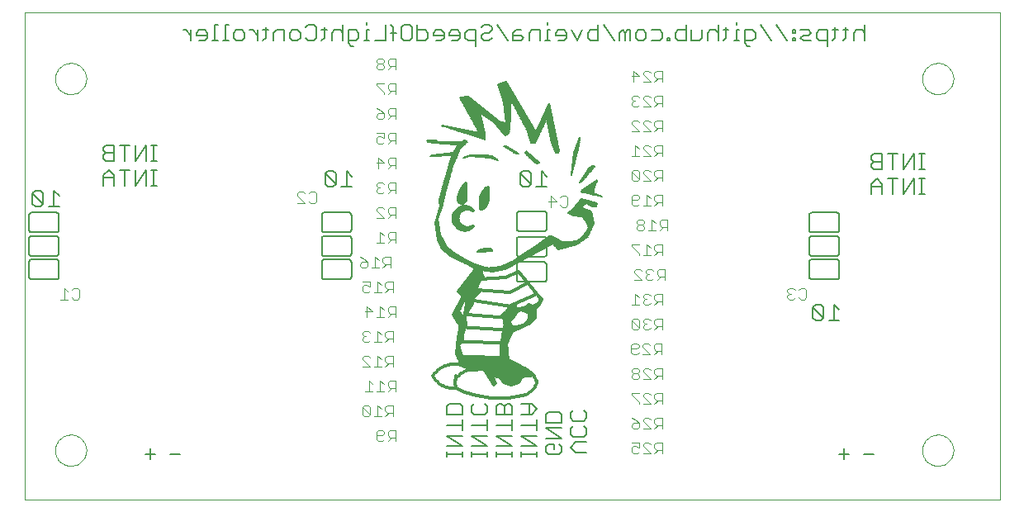
<source format=gbo>
G75*
G70*
%OFA0B0*%
%FSLAX24Y24*%
%IPPOS*%
%LPD*%
%AMOC8*
5,1,8,0,0,1.08239X$1,22.5*
%
%ADD10C,0.0000*%
%ADD11C,0.0060*%
%ADD12C,0.0040*%
%ADD13C,0.0050*%
%ADD14C,0.0120*%
D10*
X000190Y000180D02*
X039561Y000180D01*
X039561Y019865D01*
X000190Y019865D01*
X000190Y000180D01*
X001431Y002180D02*
X001433Y002230D01*
X001439Y002280D01*
X001449Y002329D01*
X001463Y002377D01*
X001480Y002424D01*
X001501Y002469D01*
X001526Y002513D01*
X001554Y002554D01*
X001586Y002593D01*
X001620Y002630D01*
X001657Y002664D01*
X001697Y002694D01*
X001739Y002721D01*
X001783Y002745D01*
X001829Y002766D01*
X001876Y002782D01*
X001924Y002795D01*
X001974Y002804D01*
X002023Y002809D01*
X002074Y002810D01*
X002124Y002807D01*
X002173Y002800D01*
X002222Y002789D01*
X002270Y002774D01*
X002316Y002756D01*
X002361Y002734D01*
X002404Y002708D01*
X002445Y002679D01*
X002484Y002647D01*
X002520Y002612D01*
X002552Y002574D01*
X002582Y002534D01*
X002609Y002491D01*
X002632Y002447D01*
X002651Y002401D01*
X002667Y002353D01*
X002679Y002304D01*
X002687Y002255D01*
X002691Y002205D01*
X002691Y002155D01*
X002687Y002105D01*
X002679Y002056D01*
X002667Y002007D01*
X002651Y001959D01*
X002632Y001913D01*
X002609Y001869D01*
X002582Y001826D01*
X002552Y001786D01*
X002520Y001748D01*
X002484Y001713D01*
X002445Y001681D01*
X002404Y001652D01*
X002361Y001626D01*
X002316Y001604D01*
X002270Y001586D01*
X002222Y001571D01*
X002173Y001560D01*
X002124Y001553D01*
X002074Y001550D01*
X002023Y001551D01*
X001974Y001556D01*
X001924Y001565D01*
X001876Y001578D01*
X001829Y001594D01*
X001783Y001615D01*
X001739Y001639D01*
X001697Y001666D01*
X001657Y001696D01*
X001620Y001730D01*
X001586Y001767D01*
X001554Y001806D01*
X001526Y001847D01*
X001501Y001891D01*
X001480Y001936D01*
X001463Y001983D01*
X001449Y002031D01*
X001439Y002080D01*
X001433Y002130D01*
X001431Y002180D01*
X001431Y017180D02*
X001433Y017230D01*
X001439Y017280D01*
X001449Y017329D01*
X001463Y017377D01*
X001480Y017424D01*
X001501Y017469D01*
X001526Y017513D01*
X001554Y017554D01*
X001586Y017593D01*
X001620Y017630D01*
X001657Y017664D01*
X001697Y017694D01*
X001739Y017721D01*
X001783Y017745D01*
X001829Y017766D01*
X001876Y017782D01*
X001924Y017795D01*
X001974Y017804D01*
X002023Y017809D01*
X002074Y017810D01*
X002124Y017807D01*
X002173Y017800D01*
X002222Y017789D01*
X002270Y017774D01*
X002316Y017756D01*
X002361Y017734D01*
X002404Y017708D01*
X002445Y017679D01*
X002484Y017647D01*
X002520Y017612D01*
X002552Y017574D01*
X002582Y017534D01*
X002609Y017491D01*
X002632Y017447D01*
X002651Y017401D01*
X002667Y017353D01*
X002679Y017304D01*
X002687Y017255D01*
X002691Y017205D01*
X002691Y017155D01*
X002687Y017105D01*
X002679Y017056D01*
X002667Y017007D01*
X002651Y016959D01*
X002632Y016913D01*
X002609Y016869D01*
X002582Y016826D01*
X002552Y016786D01*
X002520Y016748D01*
X002484Y016713D01*
X002445Y016681D01*
X002404Y016652D01*
X002361Y016626D01*
X002316Y016604D01*
X002270Y016586D01*
X002222Y016571D01*
X002173Y016560D01*
X002124Y016553D01*
X002074Y016550D01*
X002023Y016551D01*
X001974Y016556D01*
X001924Y016565D01*
X001876Y016578D01*
X001829Y016594D01*
X001783Y016615D01*
X001739Y016639D01*
X001697Y016666D01*
X001657Y016696D01*
X001620Y016730D01*
X001586Y016767D01*
X001554Y016806D01*
X001526Y016847D01*
X001501Y016891D01*
X001480Y016936D01*
X001463Y016983D01*
X001449Y017031D01*
X001439Y017080D01*
X001433Y017130D01*
X001431Y017180D01*
X036431Y017180D02*
X036433Y017230D01*
X036439Y017280D01*
X036449Y017329D01*
X036463Y017377D01*
X036480Y017424D01*
X036501Y017469D01*
X036526Y017513D01*
X036554Y017554D01*
X036586Y017593D01*
X036620Y017630D01*
X036657Y017664D01*
X036697Y017694D01*
X036739Y017721D01*
X036783Y017745D01*
X036829Y017766D01*
X036876Y017782D01*
X036924Y017795D01*
X036974Y017804D01*
X037023Y017809D01*
X037074Y017810D01*
X037124Y017807D01*
X037173Y017800D01*
X037222Y017789D01*
X037270Y017774D01*
X037316Y017756D01*
X037361Y017734D01*
X037404Y017708D01*
X037445Y017679D01*
X037484Y017647D01*
X037520Y017612D01*
X037552Y017574D01*
X037582Y017534D01*
X037609Y017491D01*
X037632Y017447D01*
X037651Y017401D01*
X037667Y017353D01*
X037679Y017304D01*
X037687Y017255D01*
X037691Y017205D01*
X037691Y017155D01*
X037687Y017105D01*
X037679Y017056D01*
X037667Y017007D01*
X037651Y016959D01*
X037632Y016913D01*
X037609Y016869D01*
X037582Y016826D01*
X037552Y016786D01*
X037520Y016748D01*
X037484Y016713D01*
X037445Y016681D01*
X037404Y016652D01*
X037361Y016626D01*
X037316Y016604D01*
X037270Y016586D01*
X037222Y016571D01*
X037173Y016560D01*
X037124Y016553D01*
X037074Y016550D01*
X037023Y016551D01*
X036974Y016556D01*
X036924Y016565D01*
X036876Y016578D01*
X036829Y016594D01*
X036783Y016615D01*
X036739Y016639D01*
X036697Y016666D01*
X036657Y016696D01*
X036620Y016730D01*
X036586Y016767D01*
X036554Y016806D01*
X036526Y016847D01*
X036501Y016891D01*
X036480Y016936D01*
X036463Y016983D01*
X036449Y017031D01*
X036439Y017080D01*
X036433Y017130D01*
X036431Y017180D01*
X036431Y002180D02*
X036433Y002230D01*
X036439Y002280D01*
X036449Y002329D01*
X036463Y002377D01*
X036480Y002424D01*
X036501Y002469D01*
X036526Y002513D01*
X036554Y002554D01*
X036586Y002593D01*
X036620Y002630D01*
X036657Y002664D01*
X036697Y002694D01*
X036739Y002721D01*
X036783Y002745D01*
X036829Y002766D01*
X036876Y002782D01*
X036924Y002795D01*
X036974Y002804D01*
X037023Y002809D01*
X037074Y002810D01*
X037124Y002807D01*
X037173Y002800D01*
X037222Y002789D01*
X037270Y002774D01*
X037316Y002756D01*
X037361Y002734D01*
X037404Y002708D01*
X037445Y002679D01*
X037484Y002647D01*
X037520Y002612D01*
X037552Y002574D01*
X037582Y002534D01*
X037609Y002491D01*
X037632Y002447D01*
X037651Y002401D01*
X037667Y002353D01*
X037679Y002304D01*
X037687Y002255D01*
X037691Y002205D01*
X037691Y002155D01*
X037687Y002105D01*
X037679Y002056D01*
X037667Y002007D01*
X037651Y001959D01*
X037632Y001913D01*
X037609Y001869D01*
X037582Y001826D01*
X037552Y001786D01*
X037520Y001748D01*
X037484Y001713D01*
X037445Y001681D01*
X037404Y001652D01*
X037361Y001626D01*
X037316Y001604D01*
X037270Y001586D01*
X037222Y001571D01*
X037173Y001560D01*
X037124Y001553D01*
X037074Y001550D01*
X037023Y001551D01*
X036974Y001556D01*
X036924Y001565D01*
X036876Y001578D01*
X036829Y001594D01*
X036783Y001615D01*
X036739Y001639D01*
X036697Y001666D01*
X036657Y001696D01*
X036620Y001730D01*
X036586Y001767D01*
X036554Y001806D01*
X036526Y001847D01*
X036501Y001891D01*
X036480Y001936D01*
X036463Y001983D01*
X036449Y002031D01*
X036439Y002080D01*
X036433Y002130D01*
X036431Y002180D01*
D11*
X034483Y002030D02*
X034056Y002030D01*
X033483Y002030D02*
X033056Y002030D01*
X033269Y002244D02*
X033269Y001817D01*
X022881Y002080D02*
X022454Y002080D01*
X022241Y002294D01*
X022454Y002507D01*
X022881Y002507D01*
X022774Y002725D02*
X022347Y002725D01*
X022241Y002831D01*
X022241Y003045D01*
X022347Y003152D01*
X022347Y003369D02*
X022241Y003476D01*
X022241Y003689D01*
X022347Y003796D01*
X022774Y003796D02*
X022881Y003689D01*
X022881Y003476D01*
X022774Y003369D01*
X022347Y003369D01*
X021881Y003299D02*
X021881Y003619D01*
X021774Y003726D01*
X021347Y003726D01*
X021241Y003619D01*
X021241Y003299D01*
X021881Y003299D01*
X021881Y003082D02*
X021241Y003082D01*
X021881Y002655D01*
X021241Y002655D01*
X021347Y002437D02*
X021561Y002437D01*
X021561Y002224D01*
X021774Y002437D02*
X021881Y002330D01*
X021881Y002117D01*
X021774Y002010D01*
X021347Y002010D01*
X021241Y002117D01*
X021241Y002330D01*
X021347Y002437D01*
X020881Y002340D02*
X020241Y002767D01*
X020881Y002767D01*
X020881Y002984D02*
X020881Y003411D01*
X020668Y003629D02*
X020881Y003842D01*
X020668Y004056D01*
X020241Y004056D01*
X020561Y004056D02*
X020561Y003629D01*
X020668Y003629D02*
X020241Y003629D01*
X019881Y003629D02*
X019881Y003949D01*
X019774Y004056D01*
X019668Y004056D01*
X019561Y003949D01*
X019561Y003629D01*
X019561Y003949D02*
X019454Y004056D01*
X019347Y004056D01*
X019241Y003949D01*
X019241Y003629D01*
X019881Y003629D01*
X019881Y003411D02*
X019881Y002984D01*
X019881Y003198D02*
X019241Y003198D01*
X018881Y003198D02*
X018241Y003198D01*
X017881Y003198D02*
X017241Y003198D01*
X017881Y002984D02*
X017881Y003411D01*
X017881Y003629D02*
X017241Y003629D01*
X017241Y003949D01*
X017347Y004056D01*
X017774Y004056D01*
X017881Y003949D01*
X017881Y003629D01*
X018241Y003736D02*
X018241Y003949D01*
X018347Y004056D01*
X018774Y004056D02*
X018881Y003949D01*
X018881Y003736D01*
X018774Y003629D01*
X018347Y003629D01*
X018241Y003736D01*
X018881Y003411D02*
X018881Y002984D01*
X018881Y002767D02*
X018241Y002767D01*
X018881Y002340D01*
X018241Y002340D01*
X018241Y002124D02*
X018241Y001910D01*
X018241Y002017D02*
X018881Y002017D01*
X018881Y001910D02*
X018881Y002124D01*
X019241Y002124D02*
X019241Y001910D01*
X019241Y002017D02*
X019881Y002017D01*
X019881Y001910D02*
X019881Y002124D01*
X019881Y002340D02*
X019241Y002767D01*
X019881Y002767D01*
X019881Y002340D02*
X019241Y002340D01*
X020241Y002340D02*
X020881Y002340D01*
X020881Y002124D02*
X020881Y001910D01*
X020881Y002017D02*
X020241Y002017D01*
X020241Y001910D02*
X020241Y002124D01*
X020241Y003198D02*
X020881Y003198D01*
X022774Y003152D02*
X022881Y003045D01*
X022881Y002831D01*
X022774Y002725D01*
X017881Y002767D02*
X017241Y002767D01*
X017881Y002340D01*
X017241Y002340D01*
X017241Y002124D02*
X017241Y001910D01*
X017241Y002017D02*
X017881Y002017D01*
X017881Y001910D02*
X017881Y002124D01*
X006483Y002030D02*
X006056Y002030D01*
X005483Y002030D02*
X005056Y002030D01*
X005269Y002244D02*
X005269Y001817D01*
X001478Y009085D02*
X000478Y009085D01*
X000461Y009087D01*
X000444Y009091D01*
X000428Y009098D01*
X000414Y009108D01*
X000401Y009121D01*
X000391Y009135D01*
X000384Y009151D01*
X000380Y009168D01*
X000378Y009185D01*
X000378Y009785D01*
X000380Y009802D01*
X000384Y009819D01*
X000391Y009835D01*
X000401Y009849D01*
X000414Y009862D01*
X000428Y009872D01*
X000444Y009879D01*
X000461Y009883D01*
X000478Y009885D01*
X001478Y009885D01*
X001495Y009883D01*
X001512Y009879D01*
X001528Y009872D01*
X001542Y009862D01*
X001555Y009849D01*
X001565Y009835D01*
X001572Y009819D01*
X001576Y009802D01*
X001578Y009785D01*
X001578Y009185D01*
X001576Y009168D01*
X001572Y009151D01*
X001565Y009135D01*
X001555Y009121D01*
X001542Y009108D01*
X001528Y009098D01*
X001512Y009091D01*
X001495Y009087D01*
X001478Y009085D01*
X001478Y010030D02*
X000478Y010030D01*
X000461Y010032D01*
X000444Y010036D01*
X000428Y010043D01*
X000414Y010053D01*
X000401Y010066D01*
X000391Y010080D01*
X000384Y010096D01*
X000380Y010113D01*
X000378Y010130D01*
X000378Y010730D01*
X000380Y010747D01*
X000384Y010764D01*
X000391Y010780D01*
X000401Y010794D01*
X000414Y010807D01*
X000428Y010817D01*
X000444Y010824D01*
X000461Y010828D01*
X000478Y010830D01*
X001478Y010830D01*
X001495Y010828D01*
X001512Y010824D01*
X001528Y010817D01*
X001542Y010807D01*
X001555Y010794D01*
X001565Y010780D01*
X001572Y010764D01*
X001576Y010747D01*
X001578Y010730D01*
X001578Y010130D01*
X001576Y010113D01*
X001572Y010096D01*
X001565Y010080D01*
X001555Y010066D01*
X001542Y010053D01*
X001528Y010043D01*
X001512Y010036D01*
X001495Y010032D01*
X001478Y010030D01*
X001478Y010975D02*
X000478Y010975D01*
X000461Y010977D01*
X000444Y010981D01*
X000428Y010988D01*
X000414Y010998D01*
X000401Y011011D01*
X000391Y011025D01*
X000384Y011041D01*
X000380Y011058D01*
X000378Y011075D01*
X000378Y011675D01*
X000380Y011692D01*
X000384Y011709D01*
X000391Y011725D01*
X000401Y011739D01*
X000414Y011752D01*
X000428Y011762D01*
X000444Y011769D01*
X000461Y011773D01*
X000478Y011775D01*
X001478Y011775D01*
X001495Y011773D01*
X001512Y011769D01*
X001528Y011762D01*
X001542Y011752D01*
X001555Y011739D01*
X001565Y011725D01*
X001572Y011709D01*
X001576Y011692D01*
X001578Y011675D01*
X001578Y011075D01*
X001576Y011058D01*
X001572Y011041D01*
X001565Y011025D01*
X001555Y011011D01*
X001542Y010998D01*
X001528Y010988D01*
X001512Y010981D01*
X001495Y010977D01*
X001478Y010975D01*
X001379Y012021D02*
X001379Y012662D01*
X001592Y012448D01*
X000948Y012555D02*
X000948Y012128D01*
X000521Y012555D01*
X000521Y012128D01*
X000628Y012021D01*
X000841Y012021D01*
X000948Y012128D01*
X001165Y012021D02*
X001592Y012021D01*
X000948Y012555D02*
X000841Y012662D01*
X000628Y012662D01*
X000521Y012555D01*
X003378Y012860D02*
X003378Y013287D01*
X003592Y013501D01*
X003805Y013287D01*
X003805Y012860D01*
X003805Y013180D02*
X003378Y013180D01*
X004023Y013501D02*
X004450Y013501D01*
X004236Y013501D02*
X004236Y012860D01*
X004667Y012860D02*
X004667Y013501D01*
X005094Y013501D02*
X004667Y012860D01*
X005094Y012860D02*
X005094Y013501D01*
X005310Y013501D02*
X005524Y013501D01*
X005417Y013501D02*
X005417Y012860D01*
X005524Y012860D02*
X005310Y012860D01*
X005310Y013860D02*
X005524Y013860D01*
X005417Y013860D02*
X005417Y014501D01*
X005524Y014501D02*
X005310Y014501D01*
X005094Y014501D02*
X004667Y013860D01*
X004667Y014501D01*
X004450Y014501D02*
X004023Y014501D01*
X004236Y014501D02*
X004236Y013860D01*
X003805Y013860D02*
X003485Y013860D01*
X003378Y013967D01*
X003378Y014074D01*
X003485Y014180D01*
X003805Y014180D01*
X003805Y013860D02*
X003805Y014501D01*
X003485Y014501D01*
X003378Y014394D01*
X003378Y014287D01*
X003485Y014180D01*
X005094Y013860D02*
X005094Y014501D01*
X012189Y011675D02*
X012189Y011075D01*
X012191Y011058D01*
X012195Y011041D01*
X012202Y011025D01*
X012212Y011011D01*
X012225Y010998D01*
X012239Y010988D01*
X012255Y010981D01*
X012272Y010977D01*
X012289Y010975D01*
X013289Y010975D01*
X013306Y010977D01*
X013323Y010981D01*
X013339Y010988D01*
X013353Y010998D01*
X013366Y011011D01*
X013376Y011025D01*
X013383Y011041D01*
X013387Y011058D01*
X013389Y011075D01*
X013389Y011675D01*
X013387Y011692D01*
X013383Y011709D01*
X013376Y011725D01*
X013366Y011739D01*
X013353Y011752D01*
X013339Y011762D01*
X013323Y011769D01*
X013306Y011773D01*
X013289Y011775D01*
X012289Y011775D01*
X012272Y011773D01*
X012255Y011769D01*
X012239Y011762D01*
X012225Y011752D01*
X012212Y011739D01*
X012202Y011725D01*
X012195Y011709D01*
X012191Y011692D01*
X012189Y011675D01*
X012289Y010830D02*
X013289Y010830D01*
X013306Y010828D01*
X013323Y010824D01*
X013339Y010817D01*
X013353Y010807D01*
X013366Y010794D01*
X013376Y010780D01*
X013383Y010764D01*
X013387Y010747D01*
X013389Y010730D01*
X013389Y010130D01*
X013387Y010113D01*
X013383Y010096D01*
X013376Y010080D01*
X013366Y010066D01*
X013353Y010053D01*
X013339Y010043D01*
X013323Y010036D01*
X013306Y010032D01*
X013289Y010030D01*
X012289Y010030D01*
X012272Y010032D01*
X012255Y010036D01*
X012239Y010043D01*
X012225Y010053D01*
X012212Y010066D01*
X012202Y010080D01*
X012195Y010096D01*
X012191Y010113D01*
X012189Y010130D01*
X012189Y010730D01*
X012191Y010747D01*
X012195Y010764D01*
X012202Y010780D01*
X012212Y010794D01*
X012225Y010807D01*
X012239Y010817D01*
X012255Y010824D01*
X012272Y010828D01*
X012289Y010830D01*
X012289Y009885D02*
X013289Y009885D01*
X013306Y009883D01*
X013323Y009879D01*
X013339Y009872D01*
X013353Y009862D01*
X013366Y009849D01*
X013376Y009835D01*
X013383Y009819D01*
X013387Y009802D01*
X013389Y009785D01*
X013389Y009185D01*
X013387Y009168D01*
X013383Y009151D01*
X013376Y009135D01*
X013366Y009121D01*
X013353Y009108D01*
X013339Y009098D01*
X013323Y009091D01*
X013306Y009087D01*
X013289Y009085D01*
X012289Y009085D01*
X012272Y009087D01*
X012255Y009091D01*
X012239Y009098D01*
X012225Y009108D01*
X012212Y009121D01*
X012202Y009135D01*
X012195Y009151D01*
X012191Y009168D01*
X012189Y009185D01*
X012189Y009785D01*
X012191Y009802D01*
X012195Y009819D01*
X012202Y009835D01*
X012212Y009849D01*
X012225Y009862D01*
X012239Y009872D01*
X012255Y009879D01*
X012272Y009883D01*
X012289Y009885D01*
X012439Y012808D02*
X012652Y012808D01*
X012759Y012915D01*
X012332Y013342D01*
X012332Y012915D01*
X012439Y012808D01*
X012759Y012915D02*
X012759Y013342D01*
X012652Y013449D01*
X012439Y013449D01*
X012332Y013342D01*
X013190Y013449D02*
X013403Y013235D01*
X013190Y013449D02*
X013190Y012808D01*
X013403Y012808D02*
X012976Y012808D01*
X020063Y011726D02*
X020063Y011126D01*
X020065Y011109D01*
X020069Y011092D01*
X020076Y011076D01*
X020086Y011062D01*
X020099Y011049D01*
X020113Y011039D01*
X020129Y011032D01*
X020146Y011028D01*
X020163Y011026D01*
X021163Y011026D01*
X021180Y011028D01*
X021197Y011032D01*
X021213Y011039D01*
X021227Y011049D01*
X021240Y011062D01*
X021250Y011076D01*
X021257Y011092D01*
X021261Y011109D01*
X021263Y011126D01*
X021263Y011726D01*
X021261Y011743D01*
X021257Y011760D01*
X021250Y011776D01*
X021240Y011790D01*
X021227Y011803D01*
X021213Y011813D01*
X021197Y011820D01*
X021180Y011824D01*
X021163Y011826D01*
X020163Y011826D01*
X020146Y011824D01*
X020129Y011820D01*
X020113Y011813D01*
X020099Y011803D01*
X020086Y011790D01*
X020076Y011776D01*
X020069Y011760D01*
X020065Y011743D01*
X020063Y011726D01*
X020163Y010802D02*
X021163Y010802D01*
X021180Y010800D01*
X021197Y010796D01*
X021213Y010789D01*
X021227Y010779D01*
X021240Y010766D01*
X021250Y010752D01*
X021257Y010736D01*
X021261Y010719D01*
X021263Y010702D01*
X021263Y010102D01*
X021261Y010085D01*
X021257Y010068D01*
X021250Y010052D01*
X021240Y010038D01*
X021227Y010025D01*
X021213Y010015D01*
X021197Y010008D01*
X021180Y010004D01*
X021163Y010002D01*
X020163Y010002D01*
X020146Y010004D01*
X020129Y010008D01*
X020113Y010015D01*
X020099Y010025D01*
X020086Y010038D01*
X020076Y010052D01*
X020069Y010068D01*
X020065Y010085D01*
X020063Y010102D01*
X020063Y010702D01*
X020065Y010719D01*
X020069Y010736D01*
X020076Y010752D01*
X020086Y010766D01*
X020099Y010779D01*
X020113Y010789D01*
X020129Y010796D01*
X020146Y010800D01*
X020163Y010802D01*
X020163Y009779D02*
X021163Y009779D01*
X021180Y009777D01*
X021197Y009773D01*
X021213Y009766D01*
X021227Y009756D01*
X021240Y009743D01*
X021250Y009729D01*
X021257Y009713D01*
X021261Y009696D01*
X021263Y009679D01*
X021263Y009079D01*
X021261Y009062D01*
X021257Y009045D01*
X021250Y009029D01*
X021240Y009015D01*
X021227Y009002D01*
X021213Y008992D01*
X021197Y008985D01*
X021180Y008981D01*
X021163Y008979D01*
X020163Y008979D01*
X020146Y008981D01*
X020129Y008985D01*
X020113Y008992D01*
X020099Y009002D01*
X020086Y009015D01*
X020076Y009029D01*
X020069Y009045D01*
X020065Y009062D01*
X020063Y009079D01*
X020063Y009679D01*
X020065Y009696D01*
X020069Y009713D01*
X020076Y009729D01*
X020086Y009743D01*
X020099Y009756D01*
X020113Y009766D01*
X020129Y009773D01*
X020146Y009777D01*
X020163Y009779D01*
X020313Y012808D02*
X020526Y012808D01*
X020633Y012915D01*
X020206Y013342D01*
X020206Y012915D01*
X020313Y012808D01*
X020633Y012915D02*
X020633Y013342D01*
X020526Y013449D01*
X020313Y013449D01*
X020206Y013342D01*
X020850Y012808D02*
X021277Y012808D01*
X021064Y012808D02*
X021064Y013449D01*
X021277Y013235D01*
X018413Y018500D02*
X018413Y019141D01*
X018093Y019141D01*
X017986Y019034D01*
X017986Y018821D01*
X018093Y018714D01*
X018413Y018714D01*
X018631Y018821D02*
X018737Y018714D01*
X018951Y018714D01*
X019058Y018821D01*
X018951Y019034D02*
X018737Y019034D01*
X018631Y018927D01*
X018631Y018821D01*
X018951Y019034D02*
X019058Y019141D01*
X019058Y019248D01*
X018951Y019354D01*
X018737Y019354D01*
X018631Y019248D01*
X019275Y019354D02*
X019702Y018714D01*
X019920Y018714D02*
X019920Y019034D01*
X020026Y019141D01*
X020240Y019141D01*
X020240Y018927D02*
X019920Y018927D01*
X019920Y018714D02*
X020240Y018714D01*
X020347Y018821D01*
X020240Y018927D01*
X020564Y019034D02*
X020564Y018714D01*
X020564Y019034D02*
X020671Y019141D01*
X020991Y019141D01*
X020991Y018714D01*
X021207Y018714D02*
X021421Y018714D01*
X021314Y018714D02*
X021314Y019141D01*
X021421Y019141D01*
X021314Y019354D02*
X021314Y019461D01*
X021745Y019141D02*
X021638Y019034D01*
X021638Y018927D01*
X022065Y018927D01*
X022065Y018821D02*
X022065Y019034D01*
X021959Y019141D01*
X021745Y019141D01*
X021745Y018714D02*
X021959Y018714D01*
X022065Y018821D01*
X022283Y019141D02*
X022497Y018714D01*
X022710Y019141D01*
X022928Y019034D02*
X023034Y019141D01*
X023355Y019141D01*
X023355Y019354D02*
X023355Y018714D01*
X023034Y018714D01*
X022928Y018821D01*
X022928Y019034D01*
X023572Y019354D02*
X023999Y018714D01*
X024217Y018714D02*
X024217Y019034D01*
X024323Y019141D01*
X024430Y019034D01*
X024430Y018714D01*
X024644Y018714D02*
X024644Y019141D01*
X024537Y019141D01*
X024430Y019034D01*
X024861Y019034D02*
X024861Y018821D01*
X024968Y018714D01*
X025181Y018714D01*
X025288Y018821D01*
X025288Y019034D01*
X025181Y019141D01*
X024968Y019141D01*
X024861Y019034D01*
X025506Y019141D02*
X025826Y019141D01*
X025933Y019034D01*
X025933Y018821D01*
X025826Y018714D01*
X025506Y018714D01*
X026148Y018714D02*
X026255Y018714D01*
X026255Y018821D01*
X026148Y018821D01*
X026148Y018714D01*
X026473Y018821D02*
X026473Y019034D01*
X026579Y019141D01*
X026900Y019141D01*
X026900Y019354D02*
X026900Y018714D01*
X026579Y018714D01*
X026473Y018821D01*
X027117Y018714D02*
X027117Y019141D01*
X027544Y019141D02*
X027544Y018821D01*
X027437Y018714D01*
X027117Y018714D01*
X027762Y018714D02*
X027762Y019034D01*
X027868Y019141D01*
X028082Y019141D01*
X028189Y019034D01*
X028405Y019141D02*
X028618Y019141D01*
X028512Y019248D02*
X028512Y018821D01*
X028405Y018714D01*
X028189Y018714D02*
X028189Y019354D01*
X028941Y019354D02*
X028941Y019461D01*
X028941Y019141D02*
X028941Y018714D01*
X028835Y018714D02*
X029048Y018714D01*
X029266Y018714D02*
X029586Y018714D01*
X029693Y018821D01*
X029693Y019034D01*
X029586Y019141D01*
X029266Y019141D01*
X029266Y018607D01*
X029372Y018500D01*
X029479Y018500D01*
X030337Y018714D02*
X029910Y019354D01*
X030555Y019354D02*
X030982Y018714D01*
X031197Y018714D02*
X031304Y018714D01*
X031304Y018821D01*
X031197Y018821D01*
X031197Y018714D01*
X031197Y019034D02*
X031304Y019034D01*
X031304Y019141D01*
X031197Y019141D01*
X031197Y019034D01*
X031522Y019141D02*
X031842Y019141D01*
X031949Y019034D01*
X031842Y018927D01*
X031628Y018927D01*
X031522Y018821D01*
X031628Y018714D01*
X031949Y018714D01*
X032166Y018821D02*
X032273Y018714D01*
X032593Y018714D01*
X032593Y018500D02*
X032593Y019141D01*
X032273Y019141D01*
X032166Y019034D01*
X032166Y018821D01*
X032809Y018714D02*
X032916Y018821D01*
X032916Y019248D01*
X033023Y019141D02*
X032809Y019141D01*
X033239Y019141D02*
X033453Y019141D01*
X033346Y019248D02*
X033346Y018821D01*
X033239Y018714D01*
X033670Y018714D02*
X033670Y019034D01*
X033777Y019141D01*
X033990Y019141D01*
X034097Y019034D01*
X034097Y019354D02*
X034097Y018714D01*
X029048Y019141D02*
X028941Y019141D01*
X034378Y014044D02*
X034378Y013937D01*
X034485Y013830D01*
X034805Y013830D01*
X034805Y013510D02*
X034485Y013510D01*
X034378Y013617D01*
X034378Y013724D01*
X034485Y013830D01*
X034805Y013510D02*
X034805Y014151D01*
X034485Y014151D01*
X034378Y014044D01*
X035023Y014151D02*
X035450Y014151D01*
X035236Y014151D02*
X035236Y013510D01*
X035667Y013510D02*
X035667Y014151D01*
X036094Y014151D02*
X035667Y013510D01*
X036094Y013510D02*
X036094Y014151D01*
X036310Y014151D02*
X036524Y014151D01*
X036417Y014151D02*
X036417Y013510D01*
X036524Y013510D02*
X036310Y013510D01*
X036310Y013151D02*
X036524Y013151D01*
X036417Y013151D02*
X036417Y012510D01*
X036524Y012510D02*
X036310Y012510D01*
X036094Y012510D02*
X036094Y013151D01*
X035667Y012510D01*
X035667Y013151D01*
X035450Y013151D02*
X035023Y013151D01*
X035236Y013151D02*
X035236Y012510D01*
X034805Y012510D02*
X034805Y012937D01*
X034592Y013151D01*
X034378Y012937D01*
X034378Y012510D01*
X034378Y012830D02*
X034805Y012830D01*
X033074Y011675D02*
X033074Y011075D01*
X033072Y011058D01*
X033068Y011041D01*
X033061Y011025D01*
X033051Y011011D01*
X033038Y010998D01*
X033024Y010988D01*
X033008Y010981D01*
X032991Y010977D01*
X032974Y010975D01*
X031974Y010975D01*
X031957Y010977D01*
X031940Y010981D01*
X031924Y010988D01*
X031910Y010998D01*
X031897Y011011D01*
X031887Y011025D01*
X031880Y011041D01*
X031876Y011058D01*
X031874Y011075D01*
X031874Y011675D01*
X031876Y011692D01*
X031880Y011709D01*
X031887Y011725D01*
X031897Y011739D01*
X031910Y011752D01*
X031924Y011762D01*
X031940Y011769D01*
X031957Y011773D01*
X031974Y011775D01*
X032974Y011775D01*
X032991Y011773D01*
X033008Y011769D01*
X033024Y011762D01*
X033038Y011752D01*
X033051Y011739D01*
X033061Y011725D01*
X033068Y011709D01*
X033072Y011692D01*
X033074Y011675D01*
X032974Y010830D02*
X031974Y010830D01*
X031957Y010828D01*
X031940Y010824D01*
X031924Y010817D01*
X031910Y010807D01*
X031897Y010794D01*
X031887Y010780D01*
X031880Y010764D01*
X031876Y010747D01*
X031874Y010730D01*
X031874Y010130D01*
X031876Y010113D01*
X031880Y010096D01*
X031887Y010080D01*
X031897Y010066D01*
X031910Y010053D01*
X031924Y010043D01*
X031940Y010036D01*
X031957Y010032D01*
X031974Y010030D01*
X032974Y010030D01*
X032991Y010032D01*
X033008Y010036D01*
X033024Y010043D01*
X033038Y010053D01*
X033051Y010066D01*
X033061Y010080D01*
X033068Y010096D01*
X033072Y010113D01*
X033074Y010130D01*
X033074Y010730D01*
X033072Y010747D01*
X033068Y010764D01*
X033061Y010780D01*
X033051Y010794D01*
X033038Y010807D01*
X033024Y010817D01*
X033008Y010824D01*
X032991Y010828D01*
X032974Y010830D01*
X032974Y009885D02*
X031974Y009885D01*
X031957Y009883D01*
X031940Y009879D01*
X031924Y009872D01*
X031910Y009862D01*
X031897Y009849D01*
X031887Y009835D01*
X031880Y009819D01*
X031876Y009802D01*
X031874Y009785D01*
X031874Y009185D01*
X031876Y009168D01*
X031880Y009151D01*
X031887Y009135D01*
X031897Y009121D01*
X031910Y009108D01*
X031924Y009098D01*
X031940Y009091D01*
X031957Y009087D01*
X031974Y009085D01*
X032974Y009085D01*
X032991Y009087D01*
X033008Y009091D01*
X033024Y009098D01*
X033038Y009108D01*
X033051Y009121D01*
X033061Y009135D01*
X033068Y009151D01*
X033072Y009168D01*
X033074Y009185D01*
X033074Y009785D01*
X033072Y009802D01*
X033068Y009819D01*
X033061Y009835D01*
X033051Y009849D01*
X033038Y009862D01*
X033024Y009872D01*
X033008Y009879D01*
X032991Y009883D01*
X032974Y009885D01*
X032875Y008055D02*
X032875Y007415D01*
X033088Y007415D02*
X032661Y007415D01*
X032444Y007521D02*
X032017Y007949D01*
X032017Y007521D01*
X032124Y007415D01*
X032337Y007415D01*
X032444Y007521D01*
X032444Y007949D01*
X032337Y008055D01*
X032124Y008055D01*
X032017Y007949D01*
X032875Y008055D02*
X033088Y007842D01*
X013473Y018500D02*
X013366Y018500D01*
X013259Y018607D01*
X013259Y019141D01*
X013580Y019141D01*
X013686Y019034D01*
X013686Y018821D01*
X013580Y018714D01*
X013259Y018714D01*
X013042Y018714D02*
X013042Y019354D01*
X012935Y019141D02*
X012722Y019141D01*
X012615Y019034D01*
X012615Y018714D01*
X012290Y018821D02*
X012184Y018714D01*
X012290Y018821D02*
X012290Y019248D01*
X012184Y019141D02*
X012397Y019141D01*
X011968Y019248D02*
X011968Y018821D01*
X011861Y018714D01*
X011647Y018714D01*
X011540Y018821D01*
X011323Y018821D02*
X011323Y019034D01*
X011216Y019141D01*
X011003Y019141D01*
X010896Y019034D01*
X010896Y018821D01*
X011003Y018714D01*
X011216Y018714D01*
X011323Y018821D01*
X010678Y018714D02*
X010678Y019141D01*
X010358Y019141D01*
X010251Y019034D01*
X010251Y018714D01*
X009927Y018821D02*
X009820Y018714D01*
X009927Y018821D02*
X009927Y019248D01*
X010034Y019141D02*
X009820Y019141D01*
X009604Y019141D02*
X009604Y018714D01*
X009604Y018927D02*
X009391Y019141D01*
X009284Y019141D01*
X009067Y019034D02*
X009067Y018821D01*
X008960Y018714D01*
X008747Y018714D01*
X008640Y018821D01*
X008640Y019034D01*
X008747Y019141D01*
X008960Y019141D01*
X009067Y019034D01*
X008423Y018714D02*
X008209Y018714D01*
X008316Y018714D02*
X008316Y019354D01*
X008423Y019354D01*
X007993Y019354D02*
X007886Y019354D01*
X007886Y018714D01*
X007993Y018714D02*
X007779Y018714D01*
X007563Y018821D02*
X007563Y019034D01*
X007456Y019141D01*
X007243Y019141D01*
X007136Y019034D01*
X007136Y018927D01*
X007563Y018927D01*
X007563Y018821D02*
X007456Y018714D01*
X007243Y018714D01*
X006919Y018714D02*
X006919Y019141D01*
X006919Y018927D02*
X006705Y019141D01*
X006598Y019141D01*
X011540Y019248D02*
X011647Y019354D01*
X011861Y019354D01*
X011968Y019248D01*
X012935Y019141D02*
X013042Y019034D01*
X013903Y018714D02*
X014116Y018714D01*
X014009Y018714D02*
X014009Y019141D01*
X014116Y019141D01*
X014009Y019354D02*
X014009Y019461D01*
X014761Y019354D02*
X014761Y018714D01*
X014334Y018714D01*
X014977Y019034D02*
X015190Y019034D01*
X015084Y019248D02*
X015084Y018714D01*
X015408Y018821D02*
X015408Y019248D01*
X015515Y019354D01*
X015728Y019354D01*
X015835Y019248D01*
X015835Y018821D01*
X015728Y018714D01*
X015515Y018714D01*
X015408Y018821D01*
X016052Y018714D02*
X016373Y018714D01*
X016479Y018821D01*
X016479Y019034D01*
X016373Y019141D01*
X016052Y019141D01*
X016052Y019354D02*
X016052Y018714D01*
X016697Y018927D02*
X017124Y018927D01*
X017124Y018821D02*
X017124Y019034D01*
X017017Y019141D01*
X016804Y019141D01*
X016697Y019034D01*
X016697Y018927D01*
X016804Y018714D02*
X017017Y018714D01*
X017124Y018821D01*
X017341Y018927D02*
X017768Y018927D01*
X017768Y018821D02*
X017768Y019034D01*
X017662Y019141D01*
X017448Y019141D01*
X017341Y019034D01*
X017341Y018927D01*
X017448Y018714D02*
X017662Y018714D01*
X017768Y018821D01*
X015084Y019248D02*
X014977Y019354D01*
D12*
X014938Y018003D02*
X014862Y017926D01*
X014862Y017773D01*
X014938Y017696D01*
X015169Y017696D01*
X015169Y017543D02*
X015169Y018003D01*
X014938Y018003D01*
X014708Y017926D02*
X014708Y017849D01*
X014631Y017773D01*
X014478Y017773D01*
X014401Y017696D01*
X014401Y017619D01*
X014478Y017543D01*
X014631Y017543D01*
X014708Y017619D01*
X014708Y017696D01*
X014631Y017773D01*
X014478Y017773D02*
X014401Y017849D01*
X014401Y017926D01*
X014478Y018003D01*
X014631Y018003D01*
X014708Y017926D01*
X015015Y017696D02*
X014862Y017543D01*
X014938Y017003D02*
X014862Y016926D01*
X014862Y016773D01*
X014938Y016696D01*
X015169Y016696D01*
X015169Y016543D02*
X015169Y017003D01*
X014938Y017003D01*
X014708Y017003D02*
X014401Y017003D01*
X014401Y016926D01*
X014708Y016619D01*
X014708Y016543D01*
X014862Y016543D02*
X015015Y016696D01*
X014938Y016003D02*
X014862Y015926D01*
X014862Y015773D01*
X014938Y015696D01*
X015169Y015696D01*
X015169Y015543D02*
X015169Y016003D01*
X014938Y016003D01*
X015015Y015696D02*
X014862Y015543D01*
X014708Y015619D02*
X014631Y015543D01*
X014478Y015543D01*
X014401Y015619D01*
X014401Y015696D01*
X014478Y015773D01*
X014708Y015773D01*
X014708Y015619D01*
X014708Y015773D02*
X014555Y015926D01*
X014401Y016003D01*
X014401Y015003D02*
X014708Y015003D01*
X014708Y014773D01*
X014555Y014849D01*
X014478Y014849D01*
X014401Y014773D01*
X014401Y014619D01*
X014478Y014543D01*
X014631Y014543D01*
X014708Y014619D01*
X014862Y014543D02*
X015015Y014696D01*
X014938Y014696D02*
X015169Y014696D01*
X015169Y014543D02*
X015169Y015003D01*
X014938Y015003D01*
X014862Y014926D01*
X014862Y014773D01*
X014938Y014696D01*
X014938Y014003D02*
X014862Y013926D01*
X014862Y013773D01*
X014938Y013696D01*
X015169Y013696D01*
X015169Y013543D02*
X015169Y014003D01*
X014938Y014003D01*
X015015Y013696D02*
X014862Y013543D01*
X014708Y013773D02*
X014401Y013773D01*
X014478Y013543D02*
X014478Y014003D01*
X014708Y013773D01*
X014631Y013003D02*
X014478Y013003D01*
X014401Y012926D01*
X014401Y012849D01*
X014478Y012773D01*
X014401Y012696D01*
X014401Y012619D01*
X014478Y012543D01*
X014631Y012543D01*
X014708Y012619D01*
X014862Y012543D02*
X015015Y012696D01*
X014938Y012696D02*
X015169Y012696D01*
X015169Y012543D02*
X015169Y013003D01*
X014938Y013003D01*
X014862Y012926D01*
X014862Y012773D01*
X014938Y012696D01*
X014708Y012926D02*
X014631Y013003D01*
X014555Y012773D02*
X014478Y012773D01*
X014478Y012003D02*
X014631Y012003D01*
X014708Y011926D01*
X014862Y011926D02*
X014862Y011773D01*
X014938Y011696D01*
X015169Y011696D01*
X015169Y011543D02*
X015169Y012003D01*
X014938Y012003D01*
X014862Y011926D01*
X015015Y011696D02*
X014862Y011543D01*
X014708Y011543D02*
X014401Y011849D01*
X014401Y011926D01*
X014478Y012003D01*
X014401Y011543D02*
X014708Y011543D01*
X014555Y011003D02*
X014555Y010543D01*
X014708Y010543D02*
X014401Y010543D01*
X014862Y010543D02*
X015015Y010696D01*
X014938Y010696D02*
X015169Y010696D01*
X015169Y010543D02*
X015169Y011003D01*
X014938Y011003D01*
X014862Y010926D01*
X014862Y010773D01*
X014938Y010696D01*
X014708Y010849D02*
X014555Y011003D01*
X014726Y010003D02*
X014649Y009926D01*
X014649Y009773D01*
X014726Y009696D01*
X014956Y009696D01*
X014956Y009543D02*
X014956Y010003D01*
X014726Y010003D01*
X014496Y009849D02*
X014342Y010003D01*
X014342Y009543D01*
X014189Y009543D02*
X014496Y009543D01*
X014649Y009543D02*
X014802Y009696D01*
X014035Y009773D02*
X014035Y009619D01*
X013958Y009543D01*
X013805Y009543D01*
X013728Y009619D01*
X013728Y009696D01*
X013805Y009773D01*
X014035Y009773D01*
X013882Y009926D01*
X013728Y010003D01*
X013835Y009003D02*
X014141Y009003D01*
X014141Y008773D01*
X013988Y008849D01*
X013911Y008849D01*
X013835Y008773D01*
X013835Y008619D01*
X013911Y008543D01*
X014065Y008543D01*
X014141Y008619D01*
X014295Y008543D02*
X014602Y008543D01*
X014755Y008543D02*
X014909Y008696D01*
X014832Y008696D02*
X015062Y008696D01*
X015062Y008543D02*
X015062Y009003D01*
X014832Y009003D01*
X014755Y008926D01*
X014755Y008773D01*
X014832Y008696D01*
X014602Y008849D02*
X014448Y009003D01*
X014448Y008543D01*
X014555Y008003D02*
X014555Y007543D01*
X014708Y007543D02*
X014401Y007543D01*
X014248Y007773D02*
X013941Y007773D01*
X014018Y008003D02*
X014248Y007773D01*
X014018Y007543D02*
X014018Y008003D01*
X014555Y008003D02*
X014708Y007849D01*
X014862Y007773D02*
X014862Y007926D01*
X014938Y008003D01*
X015169Y008003D01*
X015169Y007543D01*
X015169Y007696D02*
X014938Y007696D01*
X014862Y007773D01*
X015015Y007696D02*
X014862Y007543D01*
X014832Y007003D02*
X014755Y006926D01*
X014755Y006773D01*
X014832Y006696D01*
X015062Y006696D01*
X014909Y006696D02*
X014755Y006543D01*
X014602Y006543D02*
X014295Y006543D01*
X014448Y006543D02*
X014448Y007003D01*
X014602Y006849D01*
X014832Y007003D02*
X015062Y007003D01*
X015062Y006543D01*
X014141Y006619D02*
X014065Y006543D01*
X013911Y006543D01*
X013835Y006619D01*
X013835Y006696D01*
X013911Y006773D01*
X013988Y006773D01*
X013911Y006773D02*
X013835Y006849D01*
X013835Y006926D01*
X013911Y007003D01*
X014065Y007003D01*
X014141Y006926D01*
X014065Y006003D02*
X014141Y005926D01*
X014065Y006003D02*
X013911Y006003D01*
X013835Y005926D01*
X013835Y005849D01*
X014141Y005543D01*
X013835Y005543D01*
X014295Y005543D02*
X014602Y005543D01*
X014755Y005543D02*
X014909Y005696D01*
X014832Y005696D02*
X015062Y005696D01*
X015062Y005543D02*
X015062Y006003D01*
X014832Y006003D01*
X014755Y005926D01*
X014755Y005773D01*
X014832Y005696D01*
X014602Y005849D02*
X014448Y006003D01*
X014448Y005543D01*
X014555Y005003D02*
X014555Y004543D01*
X014708Y004543D02*
X014401Y004543D01*
X014248Y004543D02*
X013941Y004543D01*
X014094Y004543D02*
X014094Y005003D01*
X014248Y004849D01*
X014555Y005003D02*
X014708Y004849D01*
X014862Y004773D02*
X014862Y004926D01*
X014938Y005003D01*
X015169Y005003D01*
X015169Y004543D01*
X015169Y004696D02*
X014938Y004696D01*
X014862Y004773D01*
X015015Y004696D02*
X014862Y004543D01*
X014832Y004003D02*
X014755Y003926D01*
X014755Y003773D01*
X014832Y003696D01*
X015062Y003696D01*
X014909Y003696D02*
X014755Y003543D01*
X014602Y003543D02*
X014295Y003543D01*
X014448Y003543D02*
X014448Y004003D01*
X014602Y003849D01*
X014832Y004003D02*
X015062Y004003D01*
X015062Y003543D01*
X014141Y003619D02*
X014141Y003926D01*
X014065Y004003D01*
X013911Y004003D01*
X013835Y003926D01*
X014141Y003619D01*
X014065Y003543D01*
X013911Y003543D01*
X013835Y003619D01*
X013835Y003926D01*
X014478Y003003D02*
X014631Y003003D01*
X014708Y002926D01*
X014708Y002849D01*
X014631Y002773D01*
X014401Y002773D01*
X014401Y002926D02*
X014401Y002619D01*
X014478Y002543D01*
X014631Y002543D01*
X014708Y002619D01*
X014862Y002543D02*
X015015Y002696D01*
X014938Y002696D02*
X015169Y002696D01*
X015169Y002543D02*
X015169Y003003D01*
X014938Y003003D01*
X014862Y002926D01*
X014862Y002773D01*
X014938Y002696D01*
X014478Y003003D02*
X014401Y002926D01*
X024696Y003119D02*
X024696Y003196D01*
X024773Y003273D01*
X025003Y003273D01*
X025003Y003119D01*
X024926Y003043D01*
X024773Y003043D01*
X024696Y003119D01*
X024849Y003426D02*
X025003Y003273D01*
X025156Y003349D02*
X025156Y003426D01*
X025233Y003503D01*
X025387Y003503D01*
X025463Y003426D01*
X025617Y003426D02*
X025617Y003273D01*
X025694Y003196D01*
X025924Y003196D01*
X025924Y003043D02*
X025924Y003503D01*
X025694Y003503D01*
X025617Y003426D01*
X025463Y003043D02*
X025156Y003349D01*
X025156Y003043D02*
X025463Y003043D01*
X025617Y003043D02*
X025770Y003196D01*
X024849Y003426D02*
X024696Y003503D01*
X025003Y004043D02*
X025003Y004119D01*
X024696Y004426D01*
X024696Y004503D01*
X025003Y004503D01*
X025156Y004426D02*
X025156Y004349D01*
X025463Y004043D01*
X025156Y004043D01*
X025617Y004043D02*
X025770Y004196D01*
X025694Y004196D02*
X025924Y004196D01*
X025924Y004043D02*
X025924Y004503D01*
X025694Y004503D01*
X025617Y004426D01*
X025617Y004273D01*
X025694Y004196D01*
X025463Y004426D02*
X025387Y004503D01*
X025233Y004503D01*
X025156Y004426D01*
X025156Y005043D02*
X025463Y005043D01*
X025156Y005349D01*
X025156Y005426D01*
X025233Y005503D01*
X025387Y005503D01*
X025463Y005426D01*
X025617Y005426D02*
X025617Y005273D01*
X025694Y005196D01*
X025924Y005196D01*
X025924Y005043D02*
X025924Y005503D01*
X025694Y005503D01*
X025617Y005426D01*
X025770Y005196D02*
X025617Y005043D01*
X025003Y005119D02*
X025003Y005196D01*
X024926Y005273D01*
X024773Y005273D01*
X024696Y005196D01*
X024696Y005119D01*
X024773Y005043D01*
X024926Y005043D01*
X025003Y005119D01*
X024926Y005273D02*
X025003Y005349D01*
X025003Y005426D01*
X024926Y005503D01*
X024773Y005503D01*
X024696Y005426D01*
X024696Y005349D01*
X024773Y005273D01*
X024761Y006043D02*
X024684Y006119D01*
X024684Y006426D01*
X024761Y006503D01*
X024914Y006503D01*
X024991Y006426D01*
X024991Y006349D01*
X024914Y006273D01*
X024684Y006273D01*
X024761Y006043D02*
X024914Y006043D01*
X024991Y006119D01*
X025145Y006043D02*
X025452Y006043D01*
X025145Y006349D01*
X025145Y006426D01*
X025221Y006503D01*
X025375Y006503D01*
X025452Y006426D01*
X025605Y006426D02*
X025605Y006273D01*
X025682Y006196D01*
X025912Y006196D01*
X025912Y006043D02*
X025912Y006503D01*
X025682Y006503D01*
X025605Y006426D01*
X025758Y006196D02*
X025605Y006043D01*
X025617Y007043D02*
X025770Y007196D01*
X025694Y007196D02*
X025924Y007196D01*
X025924Y007043D02*
X025924Y007503D01*
X025694Y007503D01*
X025617Y007426D01*
X025617Y007273D01*
X025694Y007196D01*
X025463Y007119D02*
X025387Y007043D01*
X025233Y007043D01*
X025156Y007119D01*
X025156Y007196D01*
X025233Y007273D01*
X025310Y007273D01*
X025233Y007273D02*
X025156Y007349D01*
X025156Y007426D01*
X025233Y007503D01*
X025387Y007503D01*
X025463Y007426D01*
X025003Y007426D02*
X025003Y007119D01*
X024696Y007426D01*
X024696Y007119D01*
X024773Y007043D01*
X024926Y007043D01*
X025003Y007119D01*
X025003Y007426D02*
X024926Y007503D01*
X024773Y007503D01*
X024696Y007426D01*
X024696Y008043D02*
X025003Y008043D01*
X024849Y008043D02*
X024849Y008503D01*
X025003Y008349D01*
X025156Y008349D02*
X025156Y008426D01*
X025233Y008503D01*
X025387Y008503D01*
X025463Y008426D01*
X025617Y008426D02*
X025617Y008273D01*
X025694Y008196D01*
X025924Y008196D01*
X025924Y008043D02*
X025924Y008503D01*
X025694Y008503D01*
X025617Y008426D01*
X025310Y008273D02*
X025233Y008273D01*
X025156Y008196D01*
X025156Y008119D01*
X025233Y008043D01*
X025387Y008043D01*
X025463Y008119D01*
X025617Y008043D02*
X025770Y008196D01*
X025233Y008273D02*
X025156Y008349D01*
X025109Y009043D02*
X024802Y009043D01*
X024802Y009349D02*
X024802Y009426D01*
X024879Y009503D01*
X025032Y009503D01*
X025109Y009426D01*
X025263Y009426D02*
X025263Y009349D01*
X025339Y009273D01*
X025263Y009196D01*
X025263Y009119D01*
X025339Y009043D01*
X025493Y009043D01*
X025570Y009119D01*
X025723Y009043D02*
X025877Y009196D01*
X025800Y009196D02*
X026030Y009196D01*
X026030Y009043D02*
X026030Y009503D01*
X025800Y009503D01*
X025723Y009426D01*
X025723Y009273D01*
X025800Y009196D01*
X025416Y009273D02*
X025339Y009273D01*
X025263Y009426D02*
X025339Y009503D01*
X025493Y009503D01*
X025570Y009426D01*
X025109Y009043D02*
X024802Y009349D01*
X025003Y010043D02*
X025003Y010119D01*
X024696Y010426D01*
X024696Y010503D01*
X025003Y010503D01*
X025310Y010503D02*
X025310Y010043D01*
X025463Y010043D02*
X025156Y010043D01*
X025463Y010349D02*
X025310Y010503D01*
X025617Y010426D02*
X025617Y010273D01*
X025694Y010196D01*
X025924Y010196D01*
X025924Y010043D02*
X025924Y010503D01*
X025694Y010503D01*
X025617Y010426D01*
X025770Y010196D02*
X025617Y010043D01*
X025676Y011043D02*
X025369Y011043D01*
X025522Y011043D02*
X025522Y011503D01*
X025676Y011349D01*
X025829Y011273D02*
X025906Y011196D01*
X026136Y011196D01*
X025983Y011196D02*
X025829Y011043D01*
X025829Y011273D02*
X025829Y011426D01*
X025906Y011503D01*
X026136Y011503D01*
X026136Y011043D01*
X025216Y011119D02*
X025216Y011196D01*
X025139Y011273D01*
X024985Y011273D01*
X024909Y011196D01*
X024909Y011119D01*
X024985Y011043D01*
X025139Y011043D01*
X025216Y011119D01*
X025139Y011273D02*
X025216Y011349D01*
X025216Y011426D01*
X025139Y011503D01*
X024985Y011503D01*
X024909Y011426D01*
X024909Y011349D01*
X024985Y011273D01*
X024926Y012043D02*
X024773Y012043D01*
X024696Y012119D01*
X024696Y012426D01*
X024773Y012503D01*
X024926Y012503D01*
X025003Y012426D01*
X025003Y012349D01*
X024926Y012273D01*
X024696Y012273D01*
X024926Y012043D02*
X025003Y012119D01*
X025156Y012043D02*
X025463Y012043D01*
X025310Y012043D02*
X025310Y012503D01*
X025463Y012349D01*
X025617Y012273D02*
X025694Y012196D01*
X025924Y012196D01*
X025924Y012043D02*
X025924Y012503D01*
X025694Y012503D01*
X025617Y012426D01*
X025617Y012273D01*
X025770Y012196D02*
X025617Y012043D01*
X025617Y013043D02*
X025770Y013196D01*
X025694Y013196D02*
X025924Y013196D01*
X025924Y013043D02*
X025924Y013503D01*
X025694Y013503D01*
X025617Y013426D01*
X025617Y013273D01*
X025694Y013196D01*
X025463Y013043D02*
X025156Y013349D01*
X025156Y013426D01*
X025233Y013503D01*
X025387Y013503D01*
X025463Y013426D01*
X025463Y013043D02*
X025156Y013043D01*
X025003Y013119D02*
X024696Y013426D01*
X024696Y013119D01*
X024773Y013043D01*
X024926Y013043D01*
X025003Y013119D01*
X025003Y013426D01*
X024926Y013503D01*
X024773Y013503D01*
X024696Y013426D01*
X024696Y014043D02*
X025003Y014043D01*
X025156Y014043D02*
X025463Y014043D01*
X025156Y014349D01*
X025156Y014426D01*
X025233Y014503D01*
X025387Y014503D01*
X025463Y014426D01*
X025617Y014426D02*
X025617Y014273D01*
X025694Y014196D01*
X025924Y014196D01*
X025924Y014043D02*
X025924Y014503D01*
X025694Y014503D01*
X025617Y014426D01*
X025770Y014196D02*
X025617Y014043D01*
X025003Y014349D02*
X024849Y014503D01*
X024849Y014043D01*
X024696Y015043D02*
X025003Y015043D01*
X024696Y015349D01*
X024696Y015426D01*
X024773Y015503D01*
X024926Y015503D01*
X025003Y015426D01*
X025156Y015426D02*
X025233Y015503D01*
X025387Y015503D01*
X025463Y015426D01*
X025617Y015426D02*
X025617Y015273D01*
X025694Y015196D01*
X025924Y015196D01*
X025924Y015043D02*
X025924Y015503D01*
X025694Y015503D01*
X025617Y015426D01*
X025770Y015196D02*
X025617Y015043D01*
X025463Y015043D02*
X025156Y015349D01*
X025156Y015426D01*
X025156Y015043D02*
X025463Y015043D01*
X025463Y016043D02*
X025156Y016043D01*
X025003Y016119D02*
X024926Y016043D01*
X024773Y016043D01*
X024696Y016119D01*
X024696Y016196D01*
X024773Y016273D01*
X024849Y016273D01*
X024773Y016273D02*
X024696Y016349D01*
X024696Y016426D01*
X024773Y016503D01*
X024926Y016503D01*
X025003Y016426D01*
X025156Y016426D02*
X025233Y016503D01*
X025387Y016503D01*
X025463Y016426D01*
X025617Y016426D02*
X025617Y016273D01*
X025694Y016196D01*
X025924Y016196D01*
X025924Y016043D02*
X025924Y016503D01*
X025694Y016503D01*
X025617Y016426D01*
X025770Y016196D02*
X025617Y016043D01*
X025463Y016043D02*
X025156Y016349D01*
X025156Y016426D01*
X025156Y017043D02*
X025463Y017043D01*
X025156Y017349D01*
X025156Y017426D01*
X025233Y017503D01*
X025387Y017503D01*
X025463Y017426D01*
X025617Y017426D02*
X025617Y017273D01*
X025694Y017196D01*
X025924Y017196D01*
X025924Y017043D02*
X025924Y017503D01*
X025694Y017503D01*
X025617Y017426D01*
X025770Y017196D02*
X025617Y017043D01*
X025003Y017273D02*
X024773Y017503D01*
X024773Y017043D01*
X024696Y017273D02*
X025003Y017273D01*
X022042Y012456D02*
X022119Y012379D01*
X022119Y012072D01*
X022042Y011995D01*
X021889Y011995D01*
X021812Y012072D01*
X021658Y012225D02*
X021352Y012225D01*
X021428Y011995D02*
X021428Y012456D01*
X021658Y012225D01*
X021812Y012379D02*
X021889Y012456D01*
X022042Y012456D01*
X030987Y008651D02*
X030987Y008575D01*
X031063Y008498D01*
X030987Y008421D01*
X030987Y008344D01*
X031063Y008268D01*
X031217Y008268D01*
X031294Y008344D01*
X031447Y008344D02*
X031524Y008268D01*
X031677Y008268D01*
X031754Y008344D01*
X031754Y008651D01*
X031677Y008728D01*
X031524Y008728D01*
X031447Y008651D01*
X031294Y008651D02*
X031217Y008728D01*
X031063Y008728D01*
X030987Y008651D01*
X031063Y008498D02*
X031140Y008498D01*
X025924Y002503D02*
X025694Y002503D01*
X025617Y002426D01*
X025617Y002273D01*
X025694Y002196D01*
X025924Y002196D01*
X025924Y002043D02*
X025924Y002503D01*
X025463Y002426D02*
X025387Y002503D01*
X025233Y002503D01*
X025156Y002426D01*
X025156Y002349D01*
X025463Y002043D01*
X025156Y002043D01*
X025003Y002119D02*
X024926Y002043D01*
X024773Y002043D01*
X024696Y002119D01*
X024696Y002273D01*
X024773Y002349D01*
X024849Y002349D01*
X025003Y002273D01*
X025003Y002503D01*
X024696Y002503D01*
X025617Y002043D02*
X025770Y002196D01*
X011969Y012231D02*
X011892Y012155D01*
X011739Y012155D01*
X011662Y012231D01*
X011509Y012155D02*
X011202Y012462D01*
X011202Y012538D01*
X011278Y012615D01*
X011432Y012615D01*
X011509Y012538D01*
X011662Y012538D02*
X011739Y012615D01*
X011892Y012615D01*
X011969Y012538D01*
X011969Y012231D01*
X011509Y012155D02*
X011202Y012155D01*
X002408Y008651D02*
X002408Y008344D01*
X002331Y008268D01*
X002178Y008268D01*
X002101Y008344D01*
X001947Y008268D02*
X001641Y008268D01*
X001794Y008268D02*
X001794Y008728D01*
X001947Y008575D01*
X002101Y008651D02*
X002178Y008728D01*
X002331Y008728D01*
X002408Y008651D01*
D13*
X016580Y014042D02*
X016976Y014042D01*
X017075Y014092D01*
X017471Y014092D01*
X017422Y013943D01*
X017125Y013002D01*
X016926Y012259D01*
X016976Y012061D01*
X016778Y011368D01*
X016877Y010675D01*
X017025Y010328D01*
X017372Y010031D01*
X018065Y009684D01*
X018412Y009486D01*
X019056Y009387D01*
X019601Y009486D01*
X021334Y010427D01*
X021532Y010526D01*
X021730Y010278D01*
X022473Y010476D01*
X022919Y010774D01*
X023166Y011318D01*
X023067Y011814D01*
X022770Y011913D01*
X022671Y012012D01*
X022869Y012160D01*
X023117Y012012D01*
X023265Y012012D01*
X023315Y012160D01*
X022671Y012309D01*
X022324Y011913D01*
X022126Y011764D01*
X022324Y011665D01*
X022721Y011615D01*
X022919Y011368D01*
X022968Y011170D01*
X022869Y010972D01*
X022721Y010774D01*
X022522Y010625D01*
X022176Y010575D01*
X021879Y010575D01*
X021681Y010724D01*
X021482Y010823D01*
X021383Y010823D01*
X020839Y010427D01*
X020294Y010080D01*
X019947Y009833D01*
X019403Y009585D01*
X018907Y009536D01*
X018363Y009684D01*
X017966Y009882D01*
X017570Y010130D01*
X017224Y010377D01*
X016976Y010873D01*
X016877Y011516D01*
X017075Y012111D01*
X016963Y012111D01*
X016951Y012160D02*
X017086Y012160D01*
X017097Y012208D02*
X016939Y012208D01*
X016927Y012257D02*
X017107Y012257D01*
X017118Y012305D02*
X016939Y012305D01*
X016952Y012354D02*
X017129Y012354D01*
X017140Y012402D02*
X016965Y012402D01*
X016977Y012451D02*
X017151Y012451D01*
X017161Y012499D02*
X016990Y012499D01*
X017003Y012548D02*
X017172Y012548D01*
X017174Y012556D02*
X017471Y013646D01*
X017768Y014339D01*
X018016Y014587D01*
X018065Y014636D01*
X017966Y014686D01*
X017917Y014686D01*
X017867Y014636D01*
X016877Y014636D01*
X016827Y014686D01*
X016431Y014686D01*
X016481Y014636D01*
X016728Y014587D01*
X017620Y014537D01*
X017669Y014488D01*
X017620Y014339D01*
X017521Y014191D01*
X017273Y014141D01*
X016679Y014092D01*
X016580Y014042D01*
X016598Y014051D02*
X016994Y014051D01*
X016775Y014100D02*
X017666Y014100D01*
X017686Y014148D02*
X017308Y014148D01*
X017458Y014051D02*
X017645Y014051D01*
X017624Y014003D02*
X017442Y014003D01*
X017425Y013954D02*
X017603Y013954D01*
X017582Y013906D02*
X017410Y013906D01*
X017395Y013857D02*
X017562Y013857D01*
X017541Y013809D02*
X017379Y013809D01*
X017364Y013760D02*
X017520Y013760D01*
X017499Y013712D02*
X017349Y013712D01*
X017333Y013663D02*
X017479Y013663D01*
X017463Y013615D02*
X017318Y013615D01*
X017303Y013566D02*
X017449Y013566D01*
X017436Y013518D02*
X017287Y013518D01*
X017272Y013469D02*
X017423Y013469D01*
X017410Y013421D02*
X017257Y013421D01*
X017241Y013372D02*
X017397Y013372D01*
X017383Y013324D02*
X017226Y013324D01*
X017211Y013275D02*
X017370Y013275D01*
X017357Y013227D02*
X017195Y013227D01*
X017180Y013178D02*
X017344Y013178D01*
X017330Y013130D02*
X017165Y013130D01*
X017149Y013081D02*
X017317Y013081D01*
X017304Y013033D02*
X017134Y013033D01*
X017120Y012984D02*
X017291Y012984D01*
X017277Y012936D02*
X017107Y012936D01*
X017094Y012887D02*
X017264Y012887D01*
X017251Y012839D02*
X017081Y012839D01*
X017068Y012790D02*
X017238Y012790D01*
X017225Y012742D02*
X017055Y012742D01*
X017042Y012693D02*
X017211Y012693D01*
X017198Y012645D02*
X017029Y012645D01*
X017016Y012596D02*
X017185Y012596D01*
X017174Y012556D02*
X017075Y012111D01*
X017059Y012063D02*
X016976Y012063D01*
X016963Y012014D02*
X017043Y012014D01*
X017027Y011966D02*
X016949Y011966D01*
X016935Y011917D02*
X017010Y011917D01*
X016994Y011869D02*
X016921Y011869D01*
X016907Y011820D02*
X016978Y011820D01*
X016962Y011772D02*
X016893Y011772D01*
X016879Y011723D02*
X016946Y011723D01*
X016930Y011675D02*
X016866Y011675D01*
X016852Y011626D02*
X016913Y011626D01*
X016897Y011578D02*
X016838Y011578D01*
X016824Y011529D02*
X016881Y011529D01*
X016882Y011481D02*
X016810Y011481D01*
X016796Y011432D02*
X016890Y011432D01*
X016897Y011384D02*
X016782Y011384D01*
X016783Y011335D02*
X016905Y011335D01*
X016912Y011287D02*
X016789Y011287D01*
X016796Y011238D02*
X016920Y011238D01*
X016927Y011190D02*
X016803Y011190D01*
X016810Y011141D02*
X016935Y011141D01*
X016942Y011093D02*
X016817Y011093D01*
X016824Y011044D02*
X016950Y011044D01*
X016957Y010996D02*
X016831Y010996D01*
X016838Y010947D02*
X016965Y010947D01*
X016972Y010899D02*
X016845Y010899D01*
X016852Y010850D02*
X016987Y010850D01*
X017011Y010802D02*
X016859Y010802D01*
X016866Y010753D02*
X017036Y010753D01*
X017060Y010705D02*
X016873Y010705D01*
X016885Y010656D02*
X017084Y010656D01*
X017108Y010608D02*
X016906Y010608D01*
X016926Y010559D02*
X017133Y010559D01*
X017157Y010511D02*
X016947Y010511D01*
X016968Y010462D02*
X017181Y010462D01*
X017205Y010414D02*
X016989Y010414D01*
X017010Y010365D02*
X017241Y010365D01*
X017309Y010317D02*
X017039Y010317D01*
X017095Y010268D02*
X017377Y010268D01*
X017445Y010220D02*
X017152Y010220D01*
X017208Y010171D02*
X017512Y010171D01*
X017582Y010123D02*
X017265Y010123D01*
X017322Y010074D02*
X017659Y010074D01*
X017737Y010026D02*
X017383Y010026D01*
X017480Y009977D02*
X017815Y009977D01*
X017892Y009929D02*
X017577Y009929D01*
X017674Y009880D02*
X017971Y009880D01*
X018068Y009832D02*
X017771Y009832D01*
X017868Y009783D02*
X018165Y009783D01*
X018262Y009735D02*
X017965Y009735D01*
X018062Y009686D02*
X018359Y009686D01*
X018317Y009541D02*
X018889Y009541D01*
X018958Y009541D02*
X019701Y009541D01*
X019790Y009589D02*
X019411Y009589D01*
X019518Y009638D02*
X019880Y009638D01*
X019969Y009686D02*
X019625Y009686D01*
X019731Y009735D02*
X020058Y009735D01*
X020148Y009783D02*
X019838Y009783D01*
X019945Y009832D02*
X020237Y009832D01*
X020327Y009880D02*
X020014Y009880D01*
X020082Y009929D02*
X020416Y009929D01*
X020505Y009977D02*
X020149Y009977D01*
X020217Y010026D02*
X020595Y010026D01*
X020684Y010074D02*
X020285Y010074D01*
X020360Y010123D02*
X020773Y010123D01*
X020863Y010171D02*
X020437Y010171D01*
X020513Y010220D02*
X020952Y010220D01*
X021041Y010268D02*
X020589Y010268D01*
X020665Y010317D02*
X021131Y010317D01*
X021220Y010365D02*
X020741Y010365D01*
X020818Y010414D02*
X021309Y010414D01*
X021404Y010462D02*
X020887Y010462D01*
X020954Y010511D02*
X021501Y010511D01*
X021544Y010511D02*
X022524Y010511D01*
X022597Y010559D02*
X021020Y010559D01*
X021087Y010608D02*
X021836Y010608D01*
X021771Y010656D02*
X021154Y010656D01*
X021220Y010705D02*
X021707Y010705D01*
X021623Y010753D02*
X021287Y010753D01*
X021354Y010802D02*
X021526Y010802D01*
X021583Y010462D02*
X022419Y010462D01*
X022400Y010608D02*
X022670Y010608D01*
X022742Y010656D02*
X022564Y010656D01*
X022629Y010705D02*
X022815Y010705D01*
X022888Y010753D02*
X022693Y010753D01*
X022742Y010802D02*
X022931Y010802D01*
X022953Y010850D02*
X022778Y010850D01*
X022814Y010899D02*
X022975Y010899D01*
X022997Y010947D02*
X022851Y010947D01*
X022881Y010996D02*
X023020Y010996D01*
X023042Y011044D02*
X022905Y011044D01*
X022930Y011093D02*
X023064Y011093D01*
X023086Y011141D02*
X022954Y011141D01*
X022963Y011190D02*
X023108Y011190D01*
X023130Y011238D02*
X022951Y011238D01*
X022939Y011287D02*
X023152Y011287D01*
X023163Y011335D02*
X022927Y011335D01*
X022906Y011384D02*
X023153Y011384D01*
X023143Y011432D02*
X022867Y011432D01*
X022828Y011481D02*
X023134Y011481D01*
X023124Y011529D02*
X022790Y011529D01*
X022751Y011578D02*
X023114Y011578D01*
X023105Y011626D02*
X022636Y011626D01*
X022305Y011675D02*
X023095Y011675D01*
X023085Y011723D02*
X022208Y011723D01*
X022136Y011772D02*
X023076Y011772D01*
X023048Y011820D02*
X022201Y011820D01*
X022266Y011869D02*
X022902Y011869D01*
X022766Y011917D02*
X022328Y011917D01*
X022371Y011966D02*
X022717Y011966D01*
X022674Y012014D02*
X022413Y012014D01*
X022456Y012063D02*
X022739Y012063D01*
X022804Y012111D02*
X022498Y012111D01*
X022540Y012160D02*
X022868Y012160D01*
X022870Y012160D02*
X023315Y012160D01*
X023298Y012111D02*
X022951Y012111D01*
X023032Y012063D02*
X023282Y012063D01*
X023266Y012014D02*
X023113Y012014D01*
X023107Y012208D02*
X022583Y012208D01*
X022625Y012257D02*
X022897Y012257D01*
X022687Y012305D02*
X022668Y012305D01*
X022713Y012596D02*
X023166Y012596D01*
X023166Y012556D02*
X023166Y012705D01*
X023315Y013101D01*
X022671Y012655D01*
X022671Y012606D01*
X023513Y012408D01*
X023166Y012556D01*
X023187Y012548D02*
X022919Y012548D01*
X023125Y012499D02*
X023300Y012499D01*
X023331Y012451D02*
X023413Y012451D01*
X023166Y012645D02*
X022671Y012645D01*
X022725Y012693D02*
X023166Y012693D01*
X023180Y012742D02*
X022795Y012742D01*
X022866Y012790D02*
X023198Y012790D01*
X023216Y012839D02*
X022936Y012839D01*
X023006Y012887D02*
X023235Y012887D01*
X023253Y012936D02*
X023076Y012936D01*
X023146Y012984D02*
X023271Y012984D01*
X023289Y013033D02*
X023216Y013033D01*
X023286Y013081D02*
X023307Y013081D01*
X022988Y013372D02*
X022852Y013372D01*
X022884Y013421D02*
X023028Y013421D01*
X023068Y013469D02*
X022916Y013469D01*
X022949Y013518D02*
X023109Y013518D01*
X023149Y013566D02*
X022997Y013566D01*
X022968Y013547D02*
X023117Y013646D01*
X023216Y013646D01*
X022721Y013052D01*
X022621Y013002D01*
X022671Y013101D01*
X022968Y013547D01*
X023070Y013615D02*
X023190Y013615D01*
X022947Y013324D02*
X022819Y013324D01*
X022787Y013275D02*
X022907Y013275D01*
X022866Y013227D02*
X022755Y013227D01*
X022722Y013178D02*
X022826Y013178D01*
X022786Y013130D02*
X022690Y013130D01*
X022661Y013081D02*
X022745Y013081D01*
X022682Y013033D02*
X022637Y013033D01*
X022275Y013299D02*
X022572Y014488D01*
X022621Y014834D01*
X022374Y014191D01*
X022275Y013299D01*
X022278Y013324D02*
X022281Y013324D01*
X022283Y013372D02*
X022293Y013372D01*
X022288Y013421D02*
X022305Y013421D01*
X022294Y013469D02*
X022317Y013469D01*
X022329Y013518D02*
X022299Y013518D01*
X022304Y013566D02*
X022342Y013566D01*
X022354Y013615D02*
X022310Y013615D01*
X022315Y013663D02*
X022366Y013663D01*
X022378Y013712D02*
X022321Y013712D01*
X022326Y013760D02*
X022390Y013760D01*
X022402Y013809D02*
X022331Y013809D01*
X022337Y013857D02*
X022414Y013857D01*
X022426Y013906D02*
X022342Y013906D01*
X022348Y013954D02*
X022439Y013954D01*
X022451Y014003D02*
X022353Y014003D01*
X022358Y014051D02*
X022463Y014051D01*
X022475Y014100D02*
X022364Y014100D01*
X022369Y014148D02*
X022487Y014148D01*
X022499Y014197D02*
X022376Y014197D01*
X022395Y014245D02*
X022511Y014245D01*
X022523Y014294D02*
X022413Y014294D01*
X022432Y014342D02*
X022536Y014342D01*
X022548Y014391D02*
X022451Y014391D01*
X022469Y014439D02*
X022560Y014439D01*
X022572Y014488D02*
X022488Y014488D01*
X022507Y014536D02*
X022579Y014536D01*
X022586Y014585D02*
X022525Y014585D01*
X022544Y014633D02*
X022593Y014633D01*
X022600Y014682D02*
X022563Y014682D01*
X022581Y014730D02*
X022607Y014730D01*
X022600Y014779D02*
X022614Y014779D01*
X022619Y014827D02*
X022620Y014827D01*
X021699Y014633D02*
X021473Y014633D01*
X021482Y014587D02*
X021631Y014191D01*
X021730Y014191D01*
X021780Y014240D01*
X021383Y016171D01*
X020839Y015032D01*
X019650Y017063D01*
X019303Y016964D01*
X019551Y016221D01*
X019650Y015379D01*
X019403Y015429D01*
X018115Y016469D01*
X017768Y016419D01*
X018561Y014983D01*
X017025Y015280D01*
X018610Y014785D01*
X018759Y014735D01*
X018759Y014983D01*
X018561Y015825D01*
X019155Y015429D01*
X019601Y014884D01*
X019749Y014983D01*
X019799Y015577D01*
X019799Y016171D01*
X019898Y016221D01*
X020492Y015082D01*
X020641Y014587D01*
X020789Y014587D01*
X021284Y015577D01*
X021482Y014587D01*
X021483Y014585D02*
X021709Y014585D01*
X021719Y014536D02*
X021501Y014536D01*
X021520Y014488D02*
X021729Y014488D01*
X021739Y014439D02*
X021538Y014439D01*
X021556Y014391D02*
X021749Y014391D01*
X021759Y014342D02*
X021574Y014342D01*
X021592Y014294D02*
X021769Y014294D01*
X021779Y014245D02*
X021611Y014245D01*
X021629Y014197D02*
X021736Y014197D01*
X020987Y013794D02*
X020888Y013745D01*
X020789Y013794D01*
X020591Y013992D01*
X020393Y014191D01*
X020443Y014240D01*
X020987Y013794D01*
X020970Y013809D02*
X020775Y013809D01*
X020726Y013857D02*
X020911Y013857D01*
X020851Y013906D02*
X020678Y013906D01*
X020629Y013954D02*
X020792Y013954D01*
X020733Y014003D02*
X020581Y014003D01*
X020532Y014051D02*
X020674Y014051D01*
X020614Y014100D02*
X020484Y014100D01*
X020435Y014148D02*
X020555Y014148D01*
X020496Y014197D02*
X020399Y014197D01*
X020145Y014141D02*
X020046Y014141D01*
X019551Y014438D01*
X019650Y014438D01*
X020145Y014141D01*
X020134Y014148D02*
X020035Y014148D01*
X020053Y014197D02*
X019954Y014197D01*
X019972Y014245D02*
X019873Y014245D01*
X019891Y014294D02*
X019792Y014294D01*
X019810Y014342D02*
X019711Y014342D01*
X019730Y014391D02*
X019630Y014391D01*
X019303Y013893D02*
X018957Y013992D01*
X018164Y014042D01*
X017917Y013992D01*
X018214Y014092D01*
X018808Y014092D01*
X019056Y014042D01*
X019303Y013893D01*
X019283Y013906D02*
X019261Y013906D01*
X019202Y013954D02*
X019091Y013954D01*
X019122Y014003D02*
X018796Y014003D01*
X019011Y014051D02*
X018093Y014051D01*
X017967Y014003D02*
X017947Y014003D01*
X017707Y014197D02*
X017525Y014197D01*
X017557Y014245D02*
X017728Y014245D01*
X017749Y014294D02*
X017589Y014294D01*
X017621Y014342D02*
X017771Y014342D01*
X017820Y014391D02*
X017637Y014391D01*
X017653Y014439D02*
X017868Y014439D01*
X017917Y014488D02*
X017669Y014488D01*
X017621Y014536D02*
X017965Y014536D01*
X018014Y014585D02*
X016768Y014585D01*
X016832Y014682D02*
X016435Y014682D01*
X016497Y014633D02*
X018062Y014633D01*
X017975Y014682D02*
X017913Y014682D01*
X018009Y014973D02*
X018759Y014973D01*
X018759Y014924D02*
X018165Y014924D01*
X018113Y015070D02*
X017699Y015070D01*
X017612Y015167D02*
X017389Y015167D01*
X017361Y015215D02*
X017233Y015215D01*
X017111Y015264D02*
X017078Y015264D01*
X017544Y015118D02*
X017862Y015118D01*
X017854Y015021D02*
X018364Y015021D01*
X018320Y014876D02*
X018759Y014876D01*
X018759Y014827D02*
X018475Y014827D01*
X018629Y014779D02*
X018759Y014779D01*
X018750Y015021D02*
X018540Y015021D01*
X018513Y015070D02*
X018738Y015070D01*
X018727Y015118D02*
X018486Y015118D01*
X018459Y015167D02*
X018716Y015167D01*
X018704Y015215D02*
X018433Y015215D01*
X018406Y015264D02*
X018693Y015264D01*
X018681Y015312D02*
X018379Y015312D01*
X018352Y015361D02*
X018670Y015361D01*
X018658Y015409D02*
X018326Y015409D01*
X018299Y015458D02*
X018647Y015458D01*
X018636Y015506D02*
X018272Y015506D01*
X018245Y015555D02*
X018624Y015555D01*
X018613Y015603D02*
X018219Y015603D01*
X018192Y015652D02*
X018601Y015652D01*
X018590Y015700D02*
X018165Y015700D01*
X018138Y015749D02*
X018579Y015749D01*
X018567Y015797D02*
X018111Y015797D01*
X018085Y015846D02*
X018886Y015846D01*
X018826Y015894D02*
X018058Y015894D01*
X018031Y015943D02*
X018766Y015943D01*
X018706Y015991D02*
X018004Y015991D01*
X017978Y016040D02*
X018646Y016040D01*
X018586Y016088D02*
X017951Y016088D01*
X017924Y016137D02*
X018526Y016137D01*
X018466Y016185D02*
X017897Y016185D01*
X017871Y016234D02*
X018406Y016234D01*
X018346Y016282D02*
X017844Y016282D01*
X017817Y016331D02*
X018286Y016331D01*
X018226Y016379D02*
X017790Y016379D01*
X017828Y016428D02*
X018166Y016428D01*
X018602Y015797D02*
X018946Y015797D01*
X019006Y015749D02*
X018675Y015749D01*
X018748Y015700D02*
X019066Y015700D01*
X019127Y015652D02*
X018821Y015652D01*
X018893Y015603D02*
X019187Y015603D01*
X019247Y015555D02*
X018966Y015555D01*
X019039Y015506D02*
X019307Y015506D01*
X019367Y015458D02*
X019112Y015458D01*
X019171Y015409D02*
X019500Y015409D01*
X019647Y015409D02*
X019785Y015409D01*
X019781Y015361D02*
X019211Y015361D01*
X019250Y015312D02*
X019777Y015312D01*
X019773Y015264D02*
X019290Y015264D01*
X019330Y015215D02*
X019769Y015215D01*
X019764Y015167D02*
X019369Y015167D01*
X019409Y015118D02*
X019760Y015118D01*
X019756Y015070D02*
X019449Y015070D01*
X019488Y015021D02*
X019752Y015021D01*
X019734Y014973D02*
X019528Y014973D01*
X019568Y014924D02*
X019661Y014924D01*
X020372Y015312D02*
X020675Y015312D01*
X020703Y015264D02*
X020397Y015264D01*
X020423Y015215D02*
X020732Y015215D01*
X020760Y015167D02*
X020448Y015167D01*
X020473Y015118D02*
X020789Y015118D01*
X020817Y015070D02*
X020496Y015070D01*
X020510Y015021D02*
X021006Y015021D01*
X020982Y014973D02*
X020525Y014973D01*
X020539Y014924D02*
X020958Y014924D01*
X020934Y014876D02*
X020554Y014876D01*
X020568Y014827D02*
X020909Y014827D01*
X020885Y014779D02*
X020583Y014779D01*
X020598Y014730D02*
X020861Y014730D01*
X020837Y014682D02*
X020612Y014682D01*
X020627Y014633D02*
X020812Y014633D01*
X021444Y014779D02*
X021669Y014779D01*
X021659Y014827D02*
X021434Y014827D01*
X021425Y014876D02*
X021649Y014876D01*
X021639Y014924D02*
X021415Y014924D01*
X021405Y014973D02*
X021629Y014973D01*
X021619Y015021D02*
X021396Y015021D01*
X021386Y015070D02*
X021609Y015070D01*
X021600Y015118D02*
X021376Y015118D01*
X021367Y015167D02*
X021590Y015167D01*
X021580Y015215D02*
X021357Y015215D01*
X021347Y015264D02*
X021570Y015264D01*
X021560Y015312D02*
X021337Y015312D01*
X021328Y015361D02*
X021550Y015361D01*
X021540Y015409D02*
X021318Y015409D01*
X021308Y015458D02*
X021530Y015458D01*
X021520Y015506D02*
X021299Y015506D01*
X021289Y015555D02*
X021510Y015555D01*
X021500Y015603D02*
X021112Y015603D01*
X021135Y015652D02*
X021490Y015652D01*
X021480Y015700D02*
X021158Y015700D01*
X021181Y015749D02*
X021470Y015749D01*
X021460Y015797D02*
X021204Y015797D01*
X021228Y015846D02*
X021450Y015846D01*
X021440Y015894D02*
X021251Y015894D01*
X021274Y015943D02*
X021430Y015943D01*
X021420Y015991D02*
X021297Y015991D01*
X021320Y016040D02*
X021410Y016040D01*
X021401Y016088D02*
X021344Y016088D01*
X021367Y016137D02*
X021391Y016137D01*
X020476Y015652D02*
X020195Y015652D01*
X020170Y015700D02*
X020448Y015700D01*
X020419Y015749D02*
X020144Y015749D01*
X020119Y015797D02*
X020391Y015797D01*
X020363Y015846D02*
X020094Y015846D01*
X020068Y015894D02*
X020334Y015894D01*
X020306Y015943D02*
X020043Y015943D01*
X020018Y015991D02*
X020278Y015991D01*
X020249Y016040D02*
X019992Y016040D01*
X019967Y016088D02*
X020221Y016088D01*
X020192Y016137D02*
X019942Y016137D01*
X019916Y016185D02*
X020164Y016185D01*
X020136Y016234D02*
X019547Y016234D01*
X019555Y016185D02*
X019826Y016185D01*
X019799Y016137D02*
X019561Y016137D01*
X019567Y016088D02*
X019799Y016088D01*
X019799Y016040D02*
X019572Y016040D01*
X019578Y015991D02*
X019799Y015991D01*
X019799Y015943D02*
X019584Y015943D01*
X019590Y015894D02*
X019799Y015894D01*
X019799Y015846D02*
X019595Y015846D01*
X019601Y015797D02*
X019799Y015797D01*
X019799Y015749D02*
X019607Y015749D01*
X019612Y015700D02*
X019799Y015700D01*
X019799Y015652D02*
X019618Y015652D01*
X019624Y015603D02*
X019799Y015603D01*
X019797Y015555D02*
X019630Y015555D01*
X019635Y015506D02*
X019793Y015506D01*
X019789Y015458D02*
X019641Y015458D01*
X020220Y015603D02*
X020505Y015603D01*
X020533Y015555D02*
X020245Y015555D01*
X020271Y015506D02*
X020561Y015506D01*
X020590Y015458D02*
X020296Y015458D01*
X020321Y015409D02*
X020618Y015409D01*
X020647Y015361D02*
X020347Y015361D01*
X020880Y015118D02*
X021055Y015118D01*
X021079Y015167D02*
X020903Y015167D01*
X020926Y015215D02*
X021103Y015215D01*
X021128Y015264D02*
X020949Y015264D01*
X020972Y015312D02*
X021152Y015312D01*
X021176Y015361D02*
X020996Y015361D01*
X021019Y015409D02*
X021200Y015409D01*
X021225Y015458D02*
X021042Y015458D01*
X021065Y015506D02*
X021249Y015506D01*
X021273Y015555D02*
X021088Y015555D01*
X021031Y015070D02*
X020856Y015070D01*
X021454Y014730D02*
X021679Y014730D01*
X021689Y014682D02*
X021464Y014682D01*
X020919Y013760D02*
X020858Y013760D01*
X020107Y016282D02*
X019531Y016282D01*
X019515Y016331D02*
X020079Y016331D01*
X020050Y016379D02*
X019498Y016379D01*
X019482Y016428D02*
X020022Y016428D01*
X019994Y016476D02*
X019466Y016476D01*
X019450Y016525D02*
X019965Y016525D01*
X019937Y016573D02*
X019434Y016573D01*
X019418Y016622D02*
X019908Y016622D01*
X019880Y016670D02*
X019401Y016670D01*
X019385Y016719D02*
X019852Y016719D01*
X019823Y016767D02*
X019369Y016767D01*
X019353Y016816D02*
X019795Y016816D01*
X019767Y016864D02*
X019337Y016864D01*
X019321Y016913D02*
X019738Y016913D01*
X019710Y016961D02*
X019304Y016961D01*
X019464Y017010D02*
X019681Y017010D01*
X019653Y017058D02*
X019633Y017058D01*
X019006Y010328D02*
X018709Y010328D01*
X018660Y010278D01*
X018561Y010278D01*
X018511Y010229D01*
X018462Y010229D01*
X018462Y010179D01*
X018808Y010179D01*
X018858Y010229D01*
X019056Y010229D01*
X019056Y010278D01*
X019006Y010328D01*
X019018Y010317D02*
X018698Y010317D01*
X018550Y010268D02*
X019056Y010268D01*
X018849Y010220D02*
X018462Y010220D01*
X018533Y009638D02*
X018147Y009638D01*
X018232Y009589D02*
X018711Y009589D01*
X018688Y009444D02*
X019367Y009444D01*
X019612Y009492D02*
X018402Y009492D01*
X019003Y009395D02*
X019100Y009395D01*
X021622Y010414D02*
X022237Y010414D01*
X022055Y010365D02*
X021661Y010365D01*
X021700Y010317D02*
X021873Y010317D01*
D14*
X020145Y009387D02*
X019601Y009139D01*
X018610Y009090D01*
X018581Y009068D02*
X018087Y009068D01*
X018179Y009186D02*
X018658Y009186D01*
X018660Y009189D02*
X018610Y009486D01*
X018462Y009486D01*
X018412Y009486D01*
X017719Y008595D01*
X017917Y008397D01*
X017521Y007654D01*
X017719Y007307D01*
X017867Y007555D01*
X017719Y007802D01*
X017917Y008198D01*
X018115Y008347D01*
X018660Y009189D01*
X018709Y009189D02*
X018610Y009387D01*
X018621Y009423D02*
X018363Y009423D01*
X018271Y009305D02*
X018640Y009305D01*
X018610Y009139D02*
X018412Y008644D01*
X018115Y008297D01*
X018016Y007654D01*
X017768Y007208D01*
X017768Y007158D02*
X017768Y006564D01*
X019650Y006515D01*
X019700Y005821D01*
X017917Y005772D01*
X019947Y005673D01*
X017917Y005673D01*
X019848Y005574D01*
X018115Y005574D01*
X018759Y005475D01*
X018808Y005475D02*
X018759Y005425D01*
X019155Y004831D01*
X019204Y004880D01*
X019105Y005079D01*
X019155Y005178D01*
X019403Y005128D01*
X019551Y004930D01*
X019848Y004831D01*
X020145Y004930D01*
X020244Y005079D01*
X020343Y005178D01*
X020641Y005178D01*
X020294Y005425D01*
X020145Y005524D01*
X018808Y005475D01*
X018780Y005394D02*
X020338Y005394D01*
X020503Y005276D02*
X018859Y005276D01*
X018938Y005157D02*
X019145Y005157D01*
X019258Y005157D02*
X020323Y005157D01*
X020888Y004980D02*
X020877Y004929D01*
X020862Y004878D01*
X020844Y004829D01*
X020822Y004782D01*
X020796Y004736D01*
X020768Y004692D01*
X020736Y004650D01*
X020701Y004611D01*
X020664Y004574D01*
X020624Y004540D01*
X020582Y004509D01*
X020537Y004481D01*
X020491Y004456D01*
X020443Y004435D01*
X020839Y004979D02*
X020824Y005030D01*
X020805Y005079D01*
X020783Y005127D01*
X020757Y005173D01*
X020728Y005218D01*
X020696Y005260D01*
X020661Y005299D01*
X020623Y005336D01*
X020583Y005370D01*
X020540Y005401D01*
X020495Y005429D01*
X020449Y005454D01*
X020400Y005475D01*
X020351Y005493D01*
X020300Y005507D01*
X020248Y005517D01*
X020195Y005524D01*
X020163Y005513D02*
X019829Y005513D01*
X019700Y005821D02*
X020195Y005574D01*
X018313Y005425D01*
X017818Y005623D01*
X017917Y005970D01*
X019650Y005920D01*
X017966Y005871D01*
X019700Y005821D01*
X019650Y005970D02*
X019452Y005970D01*
X019452Y006416D01*
X019502Y006762D01*
X019551Y007059D01*
X019601Y007208D01*
X019551Y007505D01*
X019452Y007604D01*
X019650Y007753D01*
X019799Y008000D01*
X019749Y007257D01*
X019749Y006713D01*
X019650Y006465D01*
X019650Y005970D01*
X019650Y005987D02*
X019452Y005987D01*
X019452Y006105D02*
X019650Y006105D01*
X019650Y006224D02*
X019452Y006224D01*
X019452Y006342D02*
X019650Y006342D01*
X019650Y006461D02*
X019458Y006461D01*
X019475Y006579D02*
X019696Y006579D01*
X019650Y006515D02*
X019898Y007010D01*
X019700Y007505D01*
X019848Y008000D01*
X018115Y008248D01*
X018065Y008248D02*
X018016Y007901D01*
X017966Y007654D01*
X017818Y007208D01*
X017719Y006713D01*
X017669Y006416D01*
X017669Y006069D01*
X017818Y005772D01*
X017867Y005970D01*
X017768Y006168D01*
X017719Y006465D01*
X017867Y006663D01*
X017867Y006861D01*
X018016Y007208D01*
X017966Y007555D01*
X018115Y007852D01*
X018264Y008099D01*
X018313Y008347D01*
X018561Y008595D01*
X018363Y008595D01*
X018065Y008248D01*
X018064Y008238D02*
X018291Y008238D01*
X018268Y008120D02*
X018047Y008120D01*
X018030Y008001D02*
X018205Y008001D01*
X018133Y007883D02*
X018012Y007883D01*
X017988Y007764D02*
X018071Y007764D01*
X018065Y007654D02*
X019700Y007505D01*
X019767Y007527D02*
X019529Y007527D01*
X019507Y007646D02*
X019775Y007646D01*
X019799Y007646D02*
X019993Y007646D01*
X019947Y007555D02*
X020046Y007753D01*
X020244Y007852D01*
X020443Y007802D01*
X020591Y007703D01*
X020542Y007406D01*
X020393Y007257D01*
X020096Y007158D01*
X019848Y007158D01*
X019947Y007010D01*
X020195Y007109D01*
X020591Y007307D01*
X020789Y007505D01*
X020789Y007901D01*
X020987Y008050D01*
X021086Y008297D01*
X021037Y008297D01*
X020938Y008099D01*
X020690Y008000D01*
X020542Y008050D01*
X020443Y007951D01*
X020046Y007852D01*
X019997Y008050D01*
X019898Y007951D01*
X019799Y007753D01*
X019799Y007406D01*
X019947Y007555D01*
X019920Y007527D02*
X019799Y007527D01*
X019799Y007409D02*
X019801Y007409D01*
X019759Y007409D02*
X019567Y007409D01*
X019587Y007290D02*
X019751Y007290D01*
X019749Y007172D02*
X019588Y007172D01*
X019550Y007053D02*
X019749Y007053D01*
X019749Y006935D02*
X019530Y006935D01*
X019511Y006816D02*
X019749Y006816D01*
X019743Y006698D02*
X019492Y006698D01*
X019898Y007010D02*
X017768Y007158D01*
X017811Y007172D02*
X018000Y007172D01*
X018004Y007290D02*
X017845Y007290D01*
X017885Y007409D02*
X017987Y007409D01*
X017970Y007527D02*
X017924Y007527D01*
X017851Y007527D02*
X017593Y007527D01*
X017525Y007646D02*
X017813Y007646D01*
X017742Y007764D02*
X017580Y007764D01*
X017643Y007883D02*
X017759Y007883D01*
X017706Y008001D02*
X017818Y008001D01*
X017769Y008120D02*
X017877Y008120D01*
X017832Y008238D02*
X017970Y008238D01*
X017896Y008357D02*
X018121Y008357D01*
X018159Y008357D02*
X018323Y008357D01*
X018260Y008475D02*
X018441Y008475D01*
X018362Y008594D02*
X018560Y008594D01*
X018462Y008644D02*
X019749Y008545D01*
X019799Y008545D02*
X020542Y008941D01*
X020789Y008446D02*
X019749Y008000D01*
X019728Y007883D02*
X019791Y007883D01*
X019864Y007883D02*
X020039Y007883D01*
X020009Y008001D02*
X019948Y008001D01*
X020169Y007883D02*
X020789Y007883D01*
X020789Y007764D02*
X020500Y007764D01*
X020581Y007646D02*
X020789Y007646D01*
X020789Y007527D02*
X020562Y007527D01*
X020542Y007409D02*
X020693Y007409D01*
X020557Y007290D02*
X020425Y007290D01*
X020320Y007172D02*
X020135Y007172D01*
X020055Y007053D02*
X019919Y007053D01*
X019804Y007764D02*
X020069Y007764D01*
X019783Y007764D02*
X019657Y007764D01*
X020442Y004435D02*
X020267Y004388D01*
X020090Y004349D01*
X019911Y004319D01*
X019731Y004297D01*
X019551Y004283D01*
X019370Y004278D01*
X019188Y004281D01*
X019008Y004293D01*
X018827Y004313D01*
X018648Y004341D01*
X018471Y004378D01*
X018295Y004423D01*
X018122Y004476D01*
X017951Y004537D01*
X017784Y004606D01*
X017620Y004682D01*
X017818Y005623D02*
X017757Y005636D01*
X017696Y005646D01*
X017634Y005652D01*
X017572Y005655D01*
X017510Y005654D01*
X017448Y005649D01*
X017386Y005641D01*
X017325Y005628D01*
X017265Y005613D01*
X017206Y005594D01*
X017148Y005571D01*
X017092Y005545D01*
X017037Y005516D01*
X016984Y005483D01*
X016933Y005448D01*
X016884Y005409D01*
X016838Y005368D01*
X016794Y005324D01*
X016753Y005277D01*
X016715Y005228D01*
X016679Y005177D01*
X016680Y005178D02*
X016709Y005126D01*
X016742Y005077D01*
X016778Y005030D01*
X016817Y004985D01*
X016858Y004942D01*
X016902Y004902D01*
X016949Y004865D01*
X016997Y004831D01*
X017048Y004800D01*
X017100Y004773D01*
X017155Y004748D01*
X017210Y004728D01*
X017267Y004710D01*
X017325Y004696D01*
X017383Y004686D01*
X017442Y004680D01*
X017502Y004677D01*
X017561Y004678D01*
X017620Y004683D01*
X017570Y004980D02*
X017594Y005028D01*
X017622Y005075D01*
X017653Y005119D01*
X017687Y005161D01*
X017723Y005201D01*
X017763Y005238D01*
X017805Y005272D01*
X017849Y005303D01*
X017896Y005331D01*
X017944Y005356D01*
X017994Y005377D01*
X018045Y005394D01*
X018098Y005408D01*
X018151Y005418D01*
X018205Y005424D01*
X018259Y005427D01*
X018313Y005426D01*
X017842Y005868D02*
X017770Y005868D01*
X017710Y005987D02*
X017859Y005987D01*
X017800Y006105D02*
X017669Y006105D01*
X017669Y006224D02*
X017759Y006224D01*
X017739Y006342D02*
X017669Y006342D01*
X017677Y006461D02*
X017720Y006461D01*
X017697Y006579D02*
X017804Y006579D01*
X017867Y006698D02*
X017716Y006698D01*
X017739Y006816D02*
X017867Y006816D01*
X017899Y006935D02*
X017763Y006935D01*
X017787Y007053D02*
X017950Y007053D01*
X017780Y007409D02*
X017661Y007409D01*
X017964Y007646D02*
X018012Y007646D01*
X017838Y008475D02*
X018198Y008475D01*
X018274Y008594D02*
X017720Y008594D01*
X017810Y008712D02*
X018351Y008712D01*
X018428Y008831D02*
X017902Y008831D01*
X017994Y008949D02*
X018505Y008949D01*
X020145Y009387D02*
X021037Y008297D01*
X021063Y008238D02*
X021007Y008238D01*
X021015Y008120D02*
X020948Y008120D01*
X020922Y008001D02*
X020692Y008001D01*
X020688Y008001D02*
X020493Y008001D01*
X017817Y006564D02*
X017785Y006527D01*
X017756Y006488D01*
X017730Y006447D01*
X017708Y006403D01*
X017689Y006358D01*
X017674Y006312D01*
X017662Y006264D01*
X017654Y006216D01*
X017650Y006167D01*
X017650Y006119D01*
X017654Y006070D01*
X017662Y006022D01*
X017674Y005974D01*
X017689Y005928D01*
X017708Y005883D01*
X017730Y005839D01*
X017756Y005798D01*
X017785Y005759D01*
X017817Y005722D01*
X019017Y005039D02*
X019125Y005039D01*
X019096Y004920D02*
X019185Y004920D01*
X019470Y005039D02*
X020218Y005039D01*
X020116Y004920D02*
X019581Y004920D01*
X017620Y004682D02*
X017605Y004730D01*
X017593Y004780D01*
X017584Y004829D01*
X017579Y004880D01*
X017577Y004930D01*
X017579Y004980D01*
X017584Y005031D01*
X017593Y005080D01*
X017605Y005130D01*
X017620Y005178D01*
X018065Y011071D02*
X017669Y011170D01*
X017521Y011516D01*
X017620Y011814D01*
X017917Y011962D01*
X017966Y011962D01*
X017867Y011962D01*
X017867Y011913D01*
X017620Y011665D01*
X017719Y011368D01*
X018065Y011071D01*
X018052Y011082D02*
X018020Y011082D01*
X017914Y011201D02*
X017656Y011201D01*
X017605Y011319D02*
X017776Y011319D01*
X017696Y011438D02*
X017555Y011438D01*
X017534Y011556D02*
X017656Y011556D01*
X017629Y011675D02*
X017573Y011675D01*
X017613Y011793D02*
X017748Y011793D01*
X017816Y011912D02*
X017866Y011912D01*
X017858Y012140D02*
X017824Y012142D01*
X017792Y012153D01*
X017764Y012172D01*
X017742Y012197D01*
X017726Y012226D01*
X017719Y012259D01*
X017716Y012371D01*
X017729Y012483D01*
X017759Y012591D01*
X017803Y012695D01*
X017861Y012790D01*
X017933Y012877D01*
X018016Y012953D01*
X018016Y012408D01*
X018010Y012339D01*
X017994Y012273D01*
X017966Y012210D01*
X017947Y012182D01*
X017921Y012161D01*
X017891Y012146D01*
X017858Y012140D01*
X017895Y012149D02*
X017806Y012149D01*
X017719Y012267D02*
X017991Y012267D01*
X018014Y012386D02*
X017718Y012386D01*
X017735Y012504D02*
X018016Y012504D01*
X018016Y012623D02*
X017772Y012623D01*
X017831Y012741D02*
X018016Y012741D01*
X018016Y012860D02*
X017918Y012860D01*
X018669Y012560D02*
X018714Y012634D01*
X018769Y012700D01*
X018834Y012757D01*
X018907Y012804D01*
X018907Y012358D01*
X018900Y012270D01*
X018878Y012184D01*
X018841Y012103D01*
X018792Y012030D01*
X018610Y012030D01*
X018610Y011962D02*
X018610Y012309D01*
X018617Y012395D01*
X018637Y012479D01*
X018669Y012560D01*
X018647Y012504D02*
X018907Y012504D01*
X018907Y012386D02*
X018616Y012386D01*
X018610Y012267D02*
X018899Y012267D01*
X018862Y012149D02*
X018610Y012149D01*
X018610Y011962D02*
X018613Y011947D01*
X018620Y011933D01*
X018631Y011922D01*
X018644Y011915D01*
X018660Y011913D01*
X018731Y011966D01*
X018792Y012030D01*
X018707Y012623D02*
X018907Y012623D01*
X018907Y012741D02*
X018816Y012741D01*
X018263Y011863D02*
X018230Y011881D01*
X018194Y011896D01*
X018158Y011907D01*
X018121Y011915D01*
X018082Y011919D01*
X018044Y011918D01*
X018006Y011914D01*
X017969Y011907D01*
X017933Y011895D01*
X017898Y011880D01*
X017864Y011861D01*
X017833Y011839D01*
X017804Y011814D01*
X017778Y011787D01*
X017754Y011756D01*
X017734Y011724D01*
X017717Y011690D01*
X017704Y011654D01*
X017695Y011617D01*
X017689Y011579D01*
X017687Y011541D01*
X017689Y011503D01*
X017695Y011465D01*
X017704Y011428D01*
X017717Y011392D01*
X017734Y011358D01*
X017754Y011326D01*
X017778Y011295D01*
X017804Y011268D01*
X017833Y011243D01*
X017864Y011221D01*
X017898Y011202D01*
X017933Y011187D01*
X017969Y011175D01*
X018006Y011168D01*
X018044Y011164D01*
X018082Y011163D01*
X018121Y011167D01*
X018158Y011175D01*
X018194Y011186D01*
X018230Y011201D01*
X018263Y011219D01*
X018313Y011219D02*
X018282Y011189D01*
X018249Y011162D01*
X018214Y011138D01*
X018176Y011117D01*
X018137Y011100D01*
X018097Y011086D01*
X018055Y011077D01*
X018013Y011070D01*
X017971Y011068D01*
X017928Y011070D01*
X017886Y011075D01*
X017844Y011084D01*
X017803Y011097D01*
X017764Y011113D01*
X017726Y011133D01*
X017690Y011157D01*
X017657Y011183D01*
X017626Y011213D01*
X017597Y011245D01*
X017572Y011279D01*
X017550Y011316D01*
X017532Y011354D01*
X017516Y011394D01*
X017505Y011435D01*
X017497Y011477D01*
X017493Y011520D01*
X017493Y011562D01*
X017497Y011605D01*
X017505Y011647D01*
X017516Y011688D01*
X017532Y011728D01*
X017550Y011766D01*
X017572Y011803D01*
X017597Y011837D01*
X017626Y011869D01*
X017657Y011899D01*
X017690Y011925D01*
X017726Y011949D01*
X017764Y011969D01*
X017803Y011985D01*
X017844Y011998D01*
X017886Y012007D01*
X017928Y012012D01*
X017971Y012014D01*
X018013Y012012D01*
X018055Y012005D01*
X018097Y011996D01*
X018137Y011982D01*
X018176Y011965D01*
X018214Y011944D01*
X018249Y011920D01*
X018282Y011893D01*
X018313Y011863D01*
M02*

</source>
